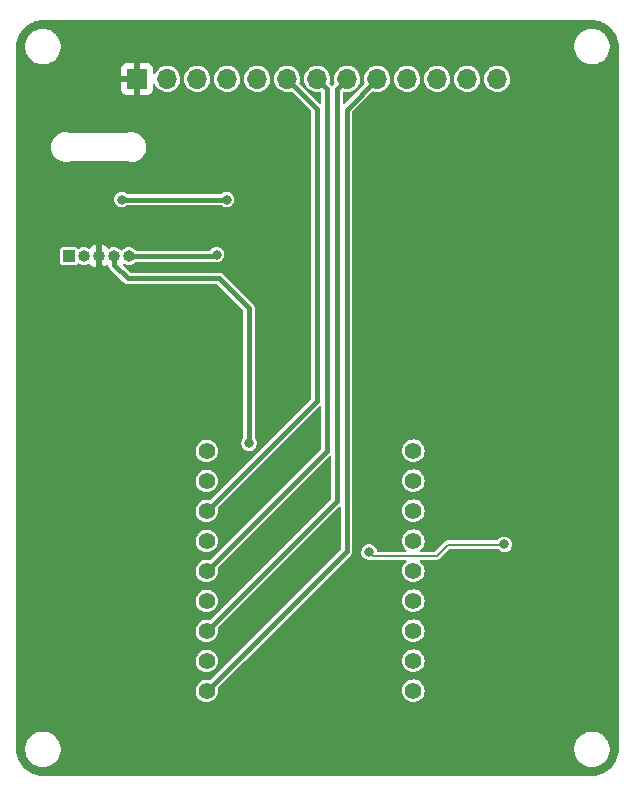
<source format=gbr>
%TF.GenerationSoftware,KiCad,Pcbnew,(6.0.5)*%
%TF.CreationDate,2022-08-15T12:20:03+02:00*%
%TF.ProjectId,Keypad,4b657970-6164-42e6-9b69-6361645f7063,rev?*%
%TF.SameCoordinates,Original*%
%TF.FileFunction,Copper,L2,Bot*%
%TF.FilePolarity,Positive*%
%FSLAX46Y46*%
G04 Gerber Fmt 4.6, Leading zero omitted, Abs format (unit mm)*
G04 Created by KiCad (PCBNEW (6.0.5)) date 2022-08-15 12:20:03*
%MOMM*%
%LPD*%
G01*
G04 APERTURE LIST*
%TA.AperFunction,ComponentPad*%
%ADD10R,1.000000X1.000000*%
%TD*%
%TA.AperFunction,ComponentPad*%
%ADD11O,1.000000X1.000000*%
%TD*%
%TA.AperFunction,ComponentPad*%
%ADD12C,1.400000*%
%TD*%
%TA.AperFunction,ComponentPad*%
%ADD13R,1.700000X1.700000*%
%TD*%
%TA.AperFunction,ComponentPad*%
%ADD14O,1.700000X1.700000*%
%TD*%
%TA.AperFunction,ViaPad*%
%ADD15C,0.800000*%
%TD*%
%TA.AperFunction,Conductor*%
%ADD16C,0.450000*%
%TD*%
%TA.AperFunction,Conductor*%
%ADD17C,0.200000*%
%TD*%
G04 APERTURE END LIST*
D10*
%TO.P,J2,1,Pin_1*%
%TO.N,5V*%
X144450000Y-101000000D03*
D11*
%TO.P,J2,2,Pin_2*%
%TO.N,/Serial Data Out*%
X145720000Y-101000000D03*
%TO.P,J2,3,Pin_3*%
%TO.N,GND*%
X146990000Y-101000000D03*
%TO.P,J2,4,Pin_4*%
%TO.N,/Clock*%
X148260000Y-101000000D03*
%TO.P,J2,5,Pin_5*%
%TO.N,/Data Latch*%
X149530000Y-101000000D03*
%TD*%
D12*
%TO.P,RN2,1,PC*%
%TO.N,5V*%
X173620000Y-117475000D03*
%TO.P,RN2,2,R1*%
%TO.N,/Three*%
X173620000Y-120015000D03*
%TO.P,RN2,3,R2*%
%TO.N,/Six*%
X173620000Y-122555000D03*
%TO.P,RN2,4,R3*%
%TO.N,/Nine*%
X173620000Y-125095000D03*
%TO.P,RN2,5,R4*%
%TO.N,/Hash*%
X173620000Y-127635000D03*
%TO.P,RN2,6,R5*%
%TO.N,unconnected-(RN2-Pad6)*%
X173620000Y-130175000D03*
%TO.P,RN2,7,R6*%
%TO.N,unconnected-(RN2-Pad7)*%
X173620000Y-132715000D03*
%TO.P,RN2,8,R7*%
%TO.N,unconnected-(RN2-Pad8)*%
X173620000Y-135255000D03*
%TO.P,RN2,9,R8*%
%TO.N,unconnected-(RN2-Pad9)*%
X173620000Y-137795000D03*
%TD*%
D13*
%TO.P,J1,1,Pin_1*%
%TO.N,GND*%
X150220000Y-86000000D03*
D14*
%TO.P,J1,2,Pin_2*%
%TO.N,/Star*%
X152760000Y-86000000D03*
%TO.P,J1,3,Pin_3*%
%TO.N,/Seven*%
X155300000Y-86000000D03*
%TO.P,J1,4,Pin_4*%
%TO.N,/Four*%
X157840000Y-86000000D03*
%TO.P,J1,5,Pin_5*%
%TO.N,/One*%
X160380000Y-86000000D03*
%TO.P,J1,6,Pin_6*%
%TO.N,/Zero*%
X162920000Y-86000000D03*
%TO.P,J1,7,Pin_7*%
%TO.N,/Eight*%
X165460000Y-86000000D03*
%TO.P,J1,8,Pin_8*%
%TO.N,/Five*%
X168000000Y-86000000D03*
%TO.P,J1,9,Pin_9*%
%TO.N,/Two*%
X170540000Y-86000000D03*
%TO.P,J1,10,Pin_10*%
%TO.N,/Hash*%
X173080000Y-86000000D03*
%TO.P,J1,11,Pin_11*%
%TO.N,/Nine*%
X175620000Y-86000000D03*
%TO.P,J1,12,Pin_12*%
%TO.N,/Six*%
X178160000Y-86000000D03*
%TO.P,J1,13,Pin_13*%
%TO.N,/Three*%
X180700000Y-86000000D03*
%TD*%
D12*
%TO.P,RN1,1,PC*%
%TO.N,5V*%
X156142014Y-117485489D03*
%TO.P,RN1,2,R1*%
%TO.N,/One*%
X156142014Y-120025489D03*
%TO.P,RN1,3,R2*%
%TO.N,/Zero*%
X156142014Y-122565489D03*
%TO.P,RN1,4,R3*%
%TO.N,/Four*%
X156142014Y-125105489D03*
%TO.P,RN1,5,R4*%
%TO.N,/Eight*%
X156142014Y-127645489D03*
%TO.P,RN1,6,R5*%
%TO.N,/Seven*%
X156142014Y-130185489D03*
%TO.P,RN1,7,R6*%
%TO.N,/Five*%
X156142014Y-132725489D03*
%TO.P,RN1,8,R7*%
%TO.N,/Star*%
X156142014Y-135265489D03*
%TO.P,RN1,9,R8*%
%TO.N,/Two*%
X156142014Y-137805489D03*
%TD*%
D15*
%TO.N,5V*%
X157797500Y-96202500D03*
X148907500Y-96202500D03*
%TO.N,GND*%
X162560000Y-133667500D03*
X187007500Y-132080000D03*
X169000000Y-127000000D03*
X157045000Y-104000000D03*
X144145000Y-109537500D03*
%TO.N,/Data Latch*%
X156960684Y-100858520D03*
%TO.N,/Clock*%
X159702500Y-116840000D03*
%TO.N,/~{Data Latch}*%
X169862500Y-126047500D03*
X181310872Y-125394128D03*
%TD*%
D16*
%TO.N,/Two*%
X170540000Y-86000000D02*
X167957500Y-88582500D01*
X167957500Y-88582500D02*
X167957500Y-125990003D01*
X167957500Y-125990003D02*
X156142014Y-137805489D01*
%TO.N,/Eight*%
X166310000Y-117477503D02*
X156142014Y-127645489D01*
X165460000Y-86000000D02*
X166310000Y-86850000D01*
X166310000Y-86850000D02*
X166310000Y-117477503D01*
%TO.N,/Five*%
X167150000Y-121717503D02*
X156142014Y-132725489D01*
X168000000Y-86000000D02*
X167150000Y-86850000D01*
X167150000Y-86850000D02*
X167150000Y-121717503D01*
%TO.N,/Zero*%
X165417500Y-88497500D02*
X165417500Y-113290003D01*
X165417500Y-113290003D02*
X156142014Y-122565489D01*
X162920000Y-86000000D02*
X165417500Y-88497500D01*
%TO.N,5V*%
X148907500Y-96202500D02*
X157797500Y-96202500D01*
%TO.N,GND*%
X163512500Y-133667500D02*
X162560000Y-133667500D01*
X187007500Y-132080000D02*
X187007500Y-135572500D01*
X171132500Y-141287500D02*
X164422500Y-134577500D01*
X169000000Y-127000000D02*
X169000000Y-130000000D01*
X146990000Y-101000000D02*
X146990000Y-101707106D01*
X153000000Y-141000000D02*
X147000000Y-135000000D01*
X181292500Y-141287500D02*
X171132500Y-141287500D01*
X164422500Y-134577500D02*
X158000000Y-141000000D01*
X149282894Y-104000000D02*
X157045000Y-104000000D01*
X144145000Y-109537500D02*
X146660000Y-109537500D01*
X169000000Y-130000000D02*
X164422500Y-134577500D01*
X147000000Y-129000000D02*
X146990000Y-128990000D01*
X187007500Y-135572500D02*
X181292500Y-141287500D01*
X146990000Y-128990000D02*
X146990000Y-109207500D01*
X158000000Y-141000000D02*
X153000000Y-141000000D01*
X146990000Y-109207500D02*
X146990000Y-101000000D01*
X164422500Y-134577500D02*
X163512500Y-133667500D01*
X147000000Y-135000000D02*
X147000000Y-129000000D01*
X146660000Y-109537500D02*
X146990000Y-109207500D01*
X146990000Y-101707106D02*
X149282894Y-104000000D01*
%TO.N,/Data Latch*%
X156819204Y-101000000D02*
X156960684Y-100858520D01*
X149530000Y-101000000D02*
X156819204Y-101000000D01*
%TO.N,/Clock*%
X157162500Y-102870000D02*
X159702500Y-105410000D01*
X148260000Y-101707106D02*
X149422894Y-102870000D01*
X159702500Y-105410000D02*
X159702500Y-116840000D01*
X148260000Y-101000000D02*
X148260000Y-101707106D01*
X149422894Y-102870000D02*
X157162500Y-102870000D01*
D17*
%TO.N,/~{Data Latch}*%
X176530000Y-125412500D02*
X181292500Y-125412500D01*
X169862500Y-126047500D02*
X170180000Y-126365000D01*
X170180000Y-126365000D02*
X175577500Y-126365000D01*
X181292500Y-125412500D02*
X181310872Y-125394128D01*
X175577500Y-126365000D02*
X176530000Y-125412500D01*
%TD*%
%TA.AperFunction,Conductor*%
%TO.N,GND*%
G36*
X188961814Y-81000971D02*
G01*
X188970054Y-81003646D01*
X188979771Y-81002878D01*
X188985933Y-81003606D01*
X189001851Y-81004398D01*
X189241611Y-81047590D01*
X189253284Y-81050434D01*
X189510602Y-81129937D01*
X189521845Y-81134174D01*
X189767638Y-81244263D01*
X189778284Y-81249830D01*
X190008932Y-81388882D01*
X190018826Y-81395698D01*
X190230929Y-81561664D01*
X190239925Y-81569628D01*
X190430372Y-81760075D01*
X190438336Y-81769071D01*
X190481077Y-81823693D01*
X190560569Y-81925283D01*
X190604302Y-81981174D01*
X190611117Y-81991066D01*
X190749389Y-82220420D01*
X190750170Y-82221716D01*
X190755737Y-82232362D01*
X190865826Y-82478155D01*
X190870063Y-82489398D01*
X190949566Y-82746716D01*
X190952410Y-82758389D01*
X190995602Y-82998149D01*
X190996394Y-83014067D01*
X190997122Y-83020229D01*
X190996354Y-83029946D01*
X190999029Y-83038186D01*
X190999500Y-83046197D01*
X190999500Y-142953803D01*
X190999029Y-142961814D01*
X190996354Y-142970054D01*
X190997122Y-142979771D01*
X190996394Y-142985933D01*
X190995602Y-143001851D01*
X190952410Y-143241611D01*
X190949566Y-143253284D01*
X190870063Y-143510602D01*
X190865826Y-143521845D01*
X190755737Y-143767638D01*
X190750171Y-143778281D01*
X190611118Y-144008932D01*
X190604303Y-144018824D01*
X190558838Y-144076928D01*
X190438336Y-144230929D01*
X190430372Y-144239925D01*
X190239925Y-144430372D01*
X190230929Y-144438336D01*
X190018826Y-144604302D01*
X190008932Y-144611118D01*
X189778284Y-144750170D01*
X189767638Y-144755737D01*
X189521845Y-144865826D01*
X189510602Y-144870063D01*
X189253284Y-144949566D01*
X189241611Y-144952410D01*
X189001851Y-144995602D01*
X188985933Y-144996394D01*
X188979771Y-144997122D01*
X188970054Y-144996354D01*
X188961814Y-144999029D01*
X188953803Y-144999500D01*
X142046197Y-144999500D01*
X142038186Y-144999029D01*
X142029946Y-144996354D01*
X142020229Y-144997122D01*
X142014067Y-144996394D01*
X141998149Y-144995602D01*
X141758389Y-144952410D01*
X141746716Y-144949566D01*
X141489398Y-144870063D01*
X141478155Y-144865826D01*
X141232362Y-144755737D01*
X141221716Y-144750170D01*
X140991068Y-144611118D01*
X140981174Y-144604302D01*
X140769071Y-144438336D01*
X140760075Y-144430372D01*
X140569628Y-144239925D01*
X140561664Y-144230929D01*
X140441162Y-144076928D01*
X140395697Y-144018824D01*
X140388882Y-144008932D01*
X140249829Y-143778281D01*
X140244263Y-143767638D01*
X140134174Y-143521845D01*
X140129937Y-143510602D01*
X140050434Y-143253284D01*
X140047590Y-143241611D01*
X140004398Y-143001851D01*
X140003606Y-142985933D01*
X140002878Y-142979771D01*
X140003646Y-142970054D01*
X140000971Y-142961814D01*
X140000500Y-142953803D01*
X140000500Y-142855028D01*
X140748025Y-142855028D01*
X140785347Y-143098930D01*
X140786611Y-143102796D01*
X140835798Y-143253284D01*
X140862003Y-143333460D01*
X140975935Y-143552321D01*
X140978370Y-143555564D01*
X140978373Y-143555569D01*
X141042446Y-143640906D01*
X141124083Y-143749636D01*
X141127018Y-143752441D01*
X141127020Y-143752443D01*
X141195767Y-143818139D01*
X141302468Y-143920104D01*
X141305828Y-143922396D01*
X141440242Y-144014087D01*
X141506300Y-144059149D01*
X141509980Y-144060857D01*
X141509985Y-144060860D01*
X141610771Y-144107643D01*
X141730104Y-144163035D01*
X141734020Y-144164121D01*
X141963947Y-144227886D01*
X141963950Y-144227887D01*
X141967871Y-144228974D01*
X141971919Y-144229407D01*
X141971921Y-144229407D01*
X142045053Y-144237222D01*
X142169292Y-144250500D01*
X142312554Y-144250500D01*
X142314583Y-144250333D01*
X142314587Y-144250333D01*
X142491864Y-144235758D01*
X142491867Y-144235757D01*
X142495911Y-144235425D01*
X142499845Y-144234437D01*
X142499850Y-144234436D01*
X142665669Y-144192785D01*
X142735217Y-144175316D01*
X142961493Y-144076928D01*
X143168661Y-143942905D01*
X143351158Y-143776846D01*
X143354093Y-143773130D01*
X143501565Y-143586398D01*
X143501569Y-143586392D01*
X143504082Y-143583210D01*
X143623327Y-143367198D01*
X143633184Y-143339363D01*
X143704333Y-143138446D01*
X143704334Y-143138442D01*
X143705691Y-143134610D01*
X143748961Y-142891694D01*
X143749409Y-142855028D01*
X187248025Y-142855028D01*
X187285347Y-143098930D01*
X187286611Y-143102796D01*
X187335798Y-143253284D01*
X187362003Y-143333460D01*
X187475935Y-143552321D01*
X187478370Y-143555564D01*
X187478373Y-143555569D01*
X187542446Y-143640906D01*
X187624083Y-143749636D01*
X187627018Y-143752441D01*
X187627020Y-143752443D01*
X187695767Y-143818139D01*
X187802468Y-143920104D01*
X187805828Y-143922396D01*
X187940242Y-144014087D01*
X188006300Y-144059149D01*
X188009980Y-144060857D01*
X188009985Y-144060860D01*
X188110771Y-144107643D01*
X188230104Y-144163035D01*
X188234020Y-144164121D01*
X188463947Y-144227886D01*
X188463950Y-144227887D01*
X188467871Y-144228974D01*
X188471919Y-144229407D01*
X188471921Y-144229407D01*
X188545053Y-144237222D01*
X188669292Y-144250500D01*
X188812554Y-144250500D01*
X188814583Y-144250333D01*
X188814587Y-144250333D01*
X188991864Y-144235758D01*
X188991867Y-144235757D01*
X188995911Y-144235425D01*
X188999845Y-144234437D01*
X188999850Y-144234436D01*
X189165669Y-144192785D01*
X189235217Y-144175316D01*
X189461493Y-144076928D01*
X189668661Y-143942905D01*
X189851158Y-143776846D01*
X189854093Y-143773130D01*
X190001565Y-143586398D01*
X190001569Y-143586392D01*
X190004082Y-143583210D01*
X190123327Y-143367198D01*
X190133184Y-143339363D01*
X190204333Y-143138446D01*
X190204334Y-143138442D01*
X190205691Y-143134610D01*
X190248961Y-142891694D01*
X190251975Y-142644972D01*
X190214653Y-142401070D01*
X190137997Y-142166540D01*
X190024065Y-141947679D01*
X190021630Y-141944436D01*
X190021627Y-141944431D01*
X189878354Y-141753610D01*
X189875917Y-141750364D01*
X189850781Y-141726343D01*
X189804233Y-141681861D01*
X189697532Y-141579896D01*
X189493700Y-141440851D01*
X189490020Y-141439143D01*
X189490015Y-141439140D01*
X189389229Y-141392357D01*
X189269896Y-141336965D01*
X189231461Y-141326306D01*
X189036053Y-141272114D01*
X189036050Y-141272113D01*
X189032129Y-141271026D01*
X189028081Y-141270593D01*
X189028079Y-141270593D01*
X188954947Y-141262778D01*
X188830708Y-141249500D01*
X188687446Y-141249500D01*
X188685417Y-141249667D01*
X188685413Y-141249667D01*
X188508136Y-141264242D01*
X188508133Y-141264243D01*
X188504089Y-141264575D01*
X188500155Y-141265563D01*
X188500150Y-141265564D01*
X188334331Y-141307215D01*
X188264783Y-141324684D01*
X188038507Y-141423072D01*
X187831339Y-141557095D01*
X187648842Y-141723154D01*
X187646326Y-141726340D01*
X187646323Y-141726343D01*
X187498435Y-141913602D01*
X187498431Y-141913608D01*
X187495918Y-141916790D01*
X187376673Y-142132802D01*
X187375316Y-142136633D01*
X187375315Y-142136636D01*
X187364726Y-142166540D01*
X187294309Y-142365390D01*
X187251039Y-142608306D01*
X187248025Y-142855028D01*
X143749409Y-142855028D01*
X143751975Y-142644972D01*
X143714653Y-142401070D01*
X143637997Y-142166540D01*
X143524065Y-141947679D01*
X143521630Y-141944436D01*
X143521627Y-141944431D01*
X143378354Y-141753610D01*
X143375917Y-141750364D01*
X143350781Y-141726343D01*
X143304233Y-141681861D01*
X143197532Y-141579896D01*
X142993700Y-141440851D01*
X142990020Y-141439143D01*
X142990015Y-141439140D01*
X142889229Y-141392357D01*
X142769896Y-141336965D01*
X142731461Y-141326306D01*
X142536053Y-141272114D01*
X142536050Y-141272113D01*
X142532129Y-141271026D01*
X142528081Y-141270593D01*
X142528079Y-141270593D01*
X142454947Y-141262778D01*
X142330708Y-141249500D01*
X142187446Y-141249500D01*
X142185417Y-141249667D01*
X142185413Y-141249667D01*
X142008136Y-141264242D01*
X142008133Y-141264243D01*
X142004089Y-141264575D01*
X142000155Y-141265563D01*
X142000150Y-141265564D01*
X141834331Y-141307215D01*
X141764783Y-141324684D01*
X141538507Y-141423072D01*
X141331339Y-141557095D01*
X141148842Y-141723154D01*
X141146326Y-141726340D01*
X141146323Y-141726343D01*
X140998435Y-141913602D01*
X140998431Y-141913608D01*
X140995918Y-141916790D01*
X140876673Y-142132802D01*
X140875316Y-142136633D01*
X140875315Y-142136636D01*
X140864726Y-142166540D01*
X140794309Y-142365390D01*
X140751039Y-142608306D01*
X140748025Y-142855028D01*
X140000500Y-142855028D01*
X140000500Y-137792154D01*
X155187008Y-137792154D01*
X155190134Y-137829383D01*
X155202116Y-137972063D01*
X155202606Y-137977903D01*
X155203939Y-137982551D01*
X155203939Y-137982552D01*
X155249642Y-138141937D01*
X155253985Y-138157084D01*
X155339190Y-138322874D01*
X155454973Y-138468957D01*
X155458660Y-138472095D01*
X155458662Y-138472097D01*
X155593238Y-138586630D01*
X155593243Y-138586633D01*
X155596926Y-138589768D01*
X155601148Y-138592128D01*
X155601153Y-138592131D01*
X155631205Y-138608926D01*
X155759641Y-138680706D01*
X155764239Y-138682200D01*
X155932316Y-138736812D01*
X155932318Y-138736813D01*
X155936921Y-138738308D01*
X156122012Y-138760379D01*
X156126834Y-138760008D01*
X156126837Y-138760008D01*
X156303037Y-138746450D01*
X156303042Y-138746449D01*
X156307865Y-138746078D01*
X156487401Y-138695951D01*
X156491714Y-138693772D01*
X156491720Y-138693770D01*
X156649461Y-138614089D01*
X156649463Y-138614087D01*
X156653782Y-138611906D01*
X156800669Y-138497145D01*
X156922468Y-138356039D01*
X157014540Y-138193963D01*
X157016631Y-138187680D01*
X157071851Y-138021681D01*
X157071851Y-138021679D01*
X157073378Y-138017090D01*
X157080263Y-137962595D01*
X157096393Y-137834909D01*
X157096741Y-137832157D01*
X157097113Y-137805489D01*
X157094777Y-137781665D01*
X172664994Y-137781665D01*
X172680592Y-137967414D01*
X172681925Y-137972062D01*
X172681925Y-137972063D01*
X172691829Y-138006601D01*
X172731971Y-138146595D01*
X172817176Y-138312385D01*
X172820183Y-138316179D01*
X172825489Y-138322874D01*
X172932959Y-138458468D01*
X172936646Y-138461606D01*
X172936648Y-138461608D01*
X173071224Y-138576141D01*
X173071229Y-138576144D01*
X173074912Y-138579279D01*
X173079134Y-138581639D01*
X173079139Y-138581642D01*
X173109191Y-138598437D01*
X173237627Y-138670217D01*
X173242225Y-138671711D01*
X173410302Y-138726323D01*
X173410304Y-138726324D01*
X173414907Y-138727819D01*
X173599998Y-138749890D01*
X173604820Y-138749519D01*
X173604823Y-138749519D01*
X173781023Y-138735961D01*
X173781028Y-138735960D01*
X173785851Y-138735589D01*
X173965387Y-138685462D01*
X173969700Y-138683283D01*
X173969706Y-138683281D01*
X174127447Y-138603600D01*
X174127449Y-138603598D01*
X174131768Y-138601417D01*
X174278655Y-138486656D01*
X174400454Y-138345550D01*
X174484178Y-138198169D01*
X174490137Y-138187680D01*
X174490138Y-138187677D01*
X174492526Y-138183474D01*
X174502855Y-138152426D01*
X174549837Y-138011192D01*
X174549837Y-138011190D01*
X174551364Y-138006601D01*
X174554990Y-137977903D01*
X174574379Y-137824420D01*
X174574727Y-137821668D01*
X174575099Y-137795000D01*
X174556909Y-137609487D01*
X174503033Y-137431040D01*
X174415522Y-137266456D01*
X174297710Y-137122005D01*
X174293981Y-137118920D01*
X174157812Y-137006270D01*
X174157810Y-137006269D01*
X174154085Y-137003187D01*
X173990116Y-136914529D01*
X173812049Y-136859409D01*
X173807239Y-136858903D01*
X173807237Y-136858903D01*
X173631484Y-136840430D01*
X173631482Y-136840430D01*
X173626668Y-136839924D01*
X173574056Y-136844712D01*
X173445852Y-136856379D01*
X173445848Y-136856380D01*
X173441032Y-136856818D01*
X173436390Y-136858184D01*
X173436386Y-136858185D01*
X173266861Y-136908080D01*
X173266858Y-136908081D01*
X173262214Y-136909448D01*
X173097023Y-136995807D01*
X173093247Y-136998843D01*
X173093244Y-136998845D01*
X172955523Y-137109576D01*
X172951752Y-137112608D01*
X172948644Y-137116312D01*
X172835044Y-137251695D01*
X172835041Y-137251699D01*
X172831935Y-137255401D01*
X172742135Y-137418746D01*
X172740672Y-137423359D01*
X172740670Y-137423363D01*
X172691013Y-137579902D01*
X172685772Y-137596424D01*
X172685232Y-137601236D01*
X172685232Y-137601237D01*
X172684056Y-137611726D01*
X172664994Y-137781665D01*
X157094777Y-137781665D01*
X157078923Y-137619976D01*
X157077525Y-137615344D01*
X157076583Y-137610587D01*
X157077866Y-137610333D01*
X157079020Y-137554905D01*
X157102513Y-137517448D01*
X159378296Y-135241665D01*
X172664994Y-135241665D01*
X172680592Y-135427414D01*
X172681925Y-135432062D01*
X172681925Y-135432063D01*
X172691829Y-135466601D01*
X172731971Y-135606595D01*
X172817176Y-135772385D01*
X172820183Y-135776179D01*
X172825489Y-135782874D01*
X172932959Y-135918468D01*
X172936646Y-135921606D01*
X172936648Y-135921608D01*
X173071224Y-136036141D01*
X173071229Y-136036144D01*
X173074912Y-136039279D01*
X173079134Y-136041639D01*
X173079139Y-136041642D01*
X173109191Y-136058437D01*
X173237627Y-136130217D01*
X173242225Y-136131711D01*
X173410302Y-136186323D01*
X173410304Y-136186324D01*
X173414907Y-136187819D01*
X173599998Y-136209890D01*
X173604820Y-136209519D01*
X173604823Y-136209519D01*
X173781023Y-136195961D01*
X173781028Y-136195960D01*
X173785851Y-136195589D01*
X173965387Y-136145462D01*
X173969700Y-136143283D01*
X173969706Y-136143281D01*
X174127447Y-136063600D01*
X174127449Y-136063598D01*
X174131768Y-136061417D01*
X174278655Y-135946656D01*
X174400454Y-135805550D01*
X174484178Y-135658169D01*
X174490137Y-135647680D01*
X174490138Y-135647677D01*
X174492526Y-135643474D01*
X174502855Y-135612426D01*
X174549837Y-135471192D01*
X174549837Y-135471190D01*
X174551364Y-135466601D01*
X174554990Y-135437903D01*
X174574379Y-135284420D01*
X174574727Y-135281668D01*
X174575099Y-135255000D01*
X174556909Y-135069487D01*
X174503033Y-134891040D01*
X174415522Y-134726456D01*
X174297710Y-134582005D01*
X174293981Y-134578920D01*
X174157812Y-134466270D01*
X174157810Y-134466269D01*
X174154085Y-134463187D01*
X173990116Y-134374529D01*
X173812049Y-134319409D01*
X173807239Y-134318903D01*
X173807237Y-134318903D01*
X173631484Y-134300430D01*
X173631482Y-134300430D01*
X173626668Y-134299924D01*
X173564673Y-134305566D01*
X173445852Y-134316379D01*
X173445848Y-134316380D01*
X173441032Y-134316818D01*
X173436390Y-134318184D01*
X173436386Y-134318185D01*
X173266861Y-134368080D01*
X173266858Y-134368081D01*
X173262214Y-134369448D01*
X173097023Y-134455807D01*
X173093247Y-134458843D01*
X173093244Y-134458845D01*
X173077660Y-134471375D01*
X172951752Y-134572608D01*
X172948644Y-134576312D01*
X172835044Y-134711695D01*
X172835041Y-134711699D01*
X172831935Y-134715401D01*
X172742135Y-134878746D01*
X172740672Y-134883359D01*
X172740670Y-134883363D01*
X172733438Y-134906161D01*
X172685772Y-135056424D01*
X172685232Y-135061236D01*
X172685232Y-135061237D01*
X172683650Y-135075346D01*
X172664994Y-135241665D01*
X159378296Y-135241665D01*
X161918297Y-132701665D01*
X172664994Y-132701665D01*
X172680592Y-132887414D01*
X172681925Y-132892062D01*
X172681925Y-132892063D01*
X172691829Y-132926601D01*
X172731971Y-133066595D01*
X172817176Y-133232385D01*
X172820183Y-133236179D01*
X172825489Y-133242874D01*
X172932959Y-133378468D01*
X172936646Y-133381606D01*
X172936648Y-133381608D01*
X173071224Y-133496141D01*
X173071229Y-133496144D01*
X173074912Y-133499279D01*
X173079134Y-133501639D01*
X173079139Y-133501642D01*
X173109191Y-133518437D01*
X173237627Y-133590217D01*
X173242225Y-133591711D01*
X173410302Y-133646323D01*
X173410304Y-133646324D01*
X173414907Y-133647819D01*
X173599998Y-133669890D01*
X173604820Y-133669519D01*
X173604823Y-133669519D01*
X173781023Y-133655961D01*
X173781028Y-133655960D01*
X173785851Y-133655589D01*
X173965387Y-133605462D01*
X173969700Y-133603283D01*
X173969706Y-133603281D01*
X174127447Y-133523600D01*
X174127449Y-133523598D01*
X174131768Y-133521417D01*
X174278655Y-133406656D01*
X174400454Y-133265550D01*
X174484178Y-133118169D01*
X174490137Y-133107680D01*
X174490138Y-133107677D01*
X174492526Y-133103474D01*
X174502855Y-133072426D01*
X174549837Y-132931192D01*
X174549837Y-132931190D01*
X174551364Y-132926601D01*
X174554990Y-132897903D01*
X174574379Y-132744420D01*
X174574727Y-132741668D01*
X174575099Y-132715000D01*
X174556909Y-132529487D01*
X174503033Y-132351040D01*
X174415522Y-132186456D01*
X174297710Y-132042005D01*
X174293981Y-132038920D01*
X174157812Y-131926270D01*
X174157810Y-131926269D01*
X174154085Y-131923187D01*
X173990116Y-131834529D01*
X173812049Y-131779409D01*
X173807239Y-131778903D01*
X173807237Y-131778903D01*
X173631484Y-131760430D01*
X173631482Y-131760430D01*
X173626668Y-131759924D01*
X173574056Y-131764712D01*
X173445852Y-131776379D01*
X173445848Y-131776380D01*
X173441032Y-131776818D01*
X173436390Y-131778184D01*
X173436386Y-131778185D01*
X173266861Y-131828080D01*
X173266858Y-131828081D01*
X173262214Y-131829448D01*
X173097023Y-131915807D01*
X173093247Y-131918843D01*
X173093244Y-131918845D01*
X172955523Y-132029576D01*
X172951752Y-132032608D01*
X172948644Y-132036312D01*
X172835044Y-132171695D01*
X172835041Y-132171699D01*
X172831935Y-132175401D01*
X172742135Y-132338746D01*
X172740672Y-132343359D01*
X172740670Y-132343363D01*
X172691013Y-132499902D01*
X172685772Y-132516424D01*
X172685232Y-132521236D01*
X172685232Y-132521237D01*
X172684056Y-132531726D01*
X172664994Y-132701665D01*
X161918297Y-132701665D01*
X164458297Y-130161665D01*
X172664994Y-130161665D01*
X172680592Y-130347414D01*
X172681925Y-130352062D01*
X172681925Y-130352063D01*
X172691829Y-130386601D01*
X172731971Y-130526595D01*
X172817176Y-130692385D01*
X172820183Y-130696179D01*
X172825489Y-130702874D01*
X172932959Y-130838468D01*
X172936646Y-130841606D01*
X172936648Y-130841608D01*
X173071224Y-130956141D01*
X173071229Y-130956144D01*
X173074912Y-130959279D01*
X173079134Y-130961639D01*
X173079139Y-130961642D01*
X173109191Y-130978437D01*
X173237627Y-131050217D01*
X173242225Y-131051711D01*
X173410302Y-131106323D01*
X173410304Y-131106324D01*
X173414907Y-131107819D01*
X173599998Y-131129890D01*
X173604820Y-131129519D01*
X173604823Y-131129519D01*
X173781023Y-131115961D01*
X173781028Y-131115960D01*
X173785851Y-131115589D01*
X173965387Y-131065462D01*
X173969700Y-131063283D01*
X173969706Y-131063281D01*
X174127447Y-130983600D01*
X174127449Y-130983598D01*
X174131768Y-130981417D01*
X174278655Y-130866656D01*
X174400454Y-130725550D01*
X174484178Y-130578169D01*
X174490137Y-130567680D01*
X174490138Y-130567677D01*
X174492526Y-130563474D01*
X174502855Y-130532426D01*
X174549837Y-130391192D01*
X174549837Y-130391190D01*
X174551364Y-130386601D01*
X174554990Y-130357903D01*
X174574379Y-130204420D01*
X174574727Y-130201668D01*
X174575099Y-130175000D01*
X174556909Y-129989487D01*
X174503033Y-129811040D01*
X174415522Y-129646456D01*
X174297710Y-129502005D01*
X174293981Y-129498920D01*
X174157812Y-129386270D01*
X174157810Y-129386269D01*
X174154085Y-129383187D01*
X173990116Y-129294529D01*
X173812049Y-129239409D01*
X173807239Y-129238903D01*
X173807237Y-129238903D01*
X173631484Y-129220430D01*
X173631482Y-129220430D01*
X173626668Y-129219924D01*
X173564673Y-129225566D01*
X173445852Y-129236379D01*
X173445848Y-129236380D01*
X173441032Y-129236818D01*
X173436390Y-129238184D01*
X173436386Y-129238185D01*
X173266861Y-129288080D01*
X173266858Y-129288081D01*
X173262214Y-129289448D01*
X173097023Y-129375807D01*
X173093247Y-129378843D01*
X173093244Y-129378845D01*
X173077660Y-129391375D01*
X172951752Y-129492608D01*
X172948644Y-129496312D01*
X172835044Y-129631695D01*
X172835041Y-129631699D01*
X172831935Y-129635401D01*
X172742135Y-129798746D01*
X172740672Y-129803359D01*
X172740670Y-129803363D01*
X172733438Y-129826161D01*
X172685772Y-129976424D01*
X172685232Y-129981236D01*
X172685232Y-129981237D01*
X172683650Y-129995346D01*
X172664994Y-130161665D01*
X164458297Y-130161665D01*
X168248225Y-126371737D01*
X168257587Y-126364257D01*
X168257515Y-126364172D01*
X168262885Y-126359601D01*
X168268850Y-126355838D01*
X168302544Y-126317687D01*
X168306743Y-126313219D01*
X168317874Y-126302088D01*
X168319984Y-126299273D01*
X168319988Y-126299268D01*
X168324197Y-126293652D01*
X168329211Y-126287494D01*
X168354343Y-126259037D01*
X168354346Y-126259032D01*
X168359013Y-126253748D01*
X168362938Y-126245388D01*
X168373329Y-126228094D01*
X168378872Y-126220698D01*
X168394682Y-126178525D01*
X168397760Y-126171219D01*
X168416899Y-126130455D01*
X168418320Y-126121330D01*
X168423440Y-126101813D01*
X168426684Y-126093160D01*
X168430021Y-126048247D01*
X168430894Y-126040638D01*
X169207258Y-126040638D01*
X169207913Y-126046571D01*
X169207913Y-126046575D01*
X169222070Y-126174806D01*
X169224535Y-126197133D01*
X169226587Y-126202740D01*
X169268652Y-126317688D01*
X169278643Y-126344990D01*
X169281972Y-126349944D01*
X169363129Y-126470719D01*
X169363132Y-126470723D01*
X169366458Y-126475672D01*
X169370869Y-126479686D01*
X169370871Y-126479688D01*
X169478495Y-126577618D01*
X169482910Y-126581635D01*
X169528114Y-126606179D01*
X169616030Y-126653914D01*
X169616032Y-126653915D01*
X169621276Y-126656762D01*
X169696113Y-126676395D01*
X169767800Y-126695202D01*
X169767804Y-126695202D01*
X169773569Y-126696715D01*
X169779530Y-126696809D01*
X169779533Y-126696809D01*
X169852282Y-126697952D01*
X169930995Y-126699188D01*
X169986577Y-126686458D01*
X170037042Y-126688111D01*
X170069414Y-126697792D01*
X170073851Y-126699233D01*
X170113033Y-126712993D01*
X170113036Y-126712994D01*
X170118906Y-126715055D01*
X170124044Y-126715500D01*
X170126182Y-126715500D01*
X170127901Y-126715574D01*
X170129262Y-126715689D01*
X170135464Y-126717544D01*
X170143635Y-126717223D01*
X170185554Y-126715576D01*
X170189441Y-126715500D01*
X172965529Y-126715500D01*
X173023720Y-126734407D01*
X173059684Y-126783907D01*
X173059684Y-126845093D01*
X173027563Y-126891654D01*
X172951752Y-126952608D01*
X172948644Y-126956312D01*
X172835044Y-127091695D01*
X172835041Y-127091699D01*
X172831935Y-127095401D01*
X172742135Y-127258746D01*
X172740672Y-127263359D01*
X172740670Y-127263363D01*
X172691013Y-127419902D01*
X172685772Y-127436424D01*
X172685232Y-127441236D01*
X172685232Y-127441237D01*
X172684056Y-127451726D01*
X172664994Y-127621665D01*
X172680592Y-127807414D01*
X172681925Y-127812062D01*
X172681925Y-127812063D01*
X172691829Y-127846601D01*
X172731971Y-127986595D01*
X172817176Y-128152385D01*
X172820183Y-128156179D01*
X172825489Y-128162874D01*
X172932959Y-128298468D01*
X172936646Y-128301606D01*
X172936648Y-128301608D01*
X173071224Y-128416141D01*
X173071229Y-128416144D01*
X173074912Y-128419279D01*
X173079134Y-128421639D01*
X173079139Y-128421642D01*
X173109191Y-128438437D01*
X173237627Y-128510217D01*
X173242225Y-128511711D01*
X173410302Y-128566323D01*
X173410304Y-128566324D01*
X173414907Y-128567819D01*
X173599998Y-128589890D01*
X173604820Y-128589519D01*
X173604823Y-128589519D01*
X173781023Y-128575961D01*
X173781028Y-128575960D01*
X173785851Y-128575589D01*
X173965387Y-128525462D01*
X173969700Y-128523283D01*
X173969706Y-128523281D01*
X174127447Y-128443600D01*
X174127449Y-128443598D01*
X174131768Y-128441417D01*
X174278655Y-128326656D01*
X174400454Y-128185550D01*
X174484178Y-128038169D01*
X174490137Y-128027680D01*
X174490138Y-128027677D01*
X174492526Y-128023474D01*
X174502855Y-127992426D01*
X174549837Y-127851192D01*
X174549837Y-127851190D01*
X174551364Y-127846601D01*
X174554990Y-127817903D01*
X174574379Y-127664420D01*
X174574727Y-127661668D01*
X174575099Y-127635000D01*
X174556909Y-127449487D01*
X174503033Y-127271040D01*
X174415522Y-127106456D01*
X174297710Y-126962005D01*
X174293981Y-126958920D01*
X174293975Y-126958914D01*
X174211616Y-126890780D01*
X174178831Y-126839120D01*
X174182673Y-126778055D01*
X174221675Y-126730911D01*
X174274721Y-126715500D01*
X175529552Y-126715500D01*
X175550388Y-126717718D01*
X175551670Y-126717994D01*
X175560761Y-126719951D01*
X175592571Y-126716186D01*
X175598463Y-126715839D01*
X175598463Y-126715836D01*
X175602530Y-126715500D01*
X175606615Y-126715500D01*
X175610641Y-126714830D01*
X175610652Y-126714829D01*
X175624619Y-126712504D01*
X175629226Y-126711848D01*
X175656040Y-126708674D01*
X175668512Y-126707198D01*
X175668513Y-126707198D01*
X175676638Y-126706236D01*
X175683622Y-126702882D01*
X175684954Y-126702461D01*
X175692603Y-126701188D01*
X175734660Y-126678495D01*
X175738783Y-126676395D01*
X175776217Y-126658420D01*
X175776221Y-126658418D01*
X175781826Y-126655726D01*
X175785774Y-126652408D01*
X175787282Y-126650900D01*
X175788571Y-126649718D01*
X175789597Y-126648852D01*
X175795294Y-126645778D01*
X175800845Y-126639773D01*
X175800850Y-126639769D01*
X175829309Y-126608982D01*
X175832003Y-126606179D01*
X176646186Y-125791996D01*
X176700703Y-125764219D01*
X176716190Y-125763000D01*
X180722232Y-125763000D01*
X180780423Y-125781907D01*
X180804403Y-125806783D01*
X180814830Y-125822300D01*
X180819241Y-125826314D01*
X180819243Y-125826316D01*
X180915705Y-125914089D01*
X180931282Y-125928263D01*
X180977258Y-125953226D01*
X181064402Y-126000542D01*
X181064404Y-126000543D01*
X181069648Y-126003390D01*
X181149406Y-126024314D01*
X181216172Y-126041830D01*
X181216176Y-126041830D01*
X181221941Y-126043343D01*
X181227902Y-126043437D01*
X181227905Y-126043437D01*
X181300654Y-126044579D01*
X181379367Y-126045816D01*
X181396771Y-126041830D01*
X181527021Y-126011999D01*
X181527023Y-126011998D01*
X181532840Y-126010666D01*
X181538171Y-126007985D01*
X181668171Y-125942602D01*
X181668173Y-125942601D01*
X181673497Y-125939923D01*
X181688167Y-125927394D01*
X181788682Y-125841546D01*
X181788683Y-125841545D01*
X181793220Y-125837670D01*
X181854754Y-125752036D01*
X181881612Y-125714660D01*
X181881613Y-125714658D01*
X181885096Y-125709811D01*
X181906713Y-125656039D01*
X181941598Y-125569259D01*
X181941599Y-125569257D01*
X181943822Y-125563726D01*
X181950987Y-125513387D01*
X181965550Y-125411057D01*
X181965550Y-125411053D01*
X181966006Y-125407851D01*
X181966150Y-125394128D01*
X181952648Y-125282552D01*
X181947952Y-125243744D01*
X181947951Y-125243741D01*
X181947235Y-125237822D01*
X181906260Y-125129383D01*
X181893692Y-125096124D01*
X181891582Y-125090540D01*
X181802403Y-124960785D01*
X181797950Y-124956818D01*
X181797947Y-124956814D01*
X181724986Y-124891809D01*
X181684848Y-124856047D01*
X181672334Y-124849421D01*
X181550977Y-124785165D01*
X181550974Y-124785164D01*
X181545703Y-124782373D01*
X181469351Y-124763195D01*
X181398790Y-124745471D01*
X181398787Y-124745471D01*
X181393000Y-124744017D01*
X181313436Y-124743601D01*
X181241522Y-124743224D01*
X181241520Y-124743224D01*
X181235556Y-124743193D01*
X181082460Y-124779948D01*
X181009907Y-124817395D01*
X180947857Y-124849421D01*
X180947855Y-124849423D01*
X180942551Y-124852160D01*
X180823906Y-124955661D01*
X180820479Y-124960538D01*
X180820472Y-124960545D01*
X180778738Y-125019926D01*
X180729809Y-125056663D01*
X180697742Y-125062000D01*
X176577948Y-125062000D01*
X176557112Y-125059782D01*
X176555830Y-125059506D01*
X176546739Y-125057549D01*
X176514929Y-125061314D01*
X176509037Y-125061661D01*
X176509037Y-125061664D01*
X176504970Y-125062000D01*
X176500885Y-125062000D01*
X176496859Y-125062670D01*
X176496848Y-125062671D01*
X176482881Y-125064996D01*
X176478269Y-125065653D01*
X176430861Y-125071264D01*
X176423881Y-125074615D01*
X176422540Y-125075040D01*
X176414897Y-125076312D01*
X176372850Y-125099000D01*
X176368724Y-125101101D01*
X176325673Y-125121774D01*
X176321726Y-125125093D01*
X176320223Y-125126596D01*
X176318940Y-125127773D01*
X176317903Y-125128648D01*
X176312206Y-125131722D01*
X176306654Y-125137728D01*
X176306649Y-125137732D01*
X176278179Y-125168531D01*
X176275485Y-125171334D01*
X175461314Y-125985504D01*
X175406797Y-126013281D01*
X175391310Y-126014500D01*
X174274545Y-126014500D01*
X174216354Y-125995593D01*
X174180390Y-125946093D01*
X174180390Y-125884907D01*
X174213595Y-125837487D01*
X174274840Y-125789638D01*
X174274848Y-125789630D01*
X174278655Y-125786656D01*
X174400454Y-125645550D01*
X174479373Y-125506628D01*
X174490137Y-125487680D01*
X174490138Y-125487677D01*
X174492526Y-125483474D01*
X174502855Y-125452426D01*
X174549837Y-125311192D01*
X174549837Y-125311190D01*
X174551364Y-125306601D01*
X174554990Y-125277903D01*
X174561026Y-125230124D01*
X174574727Y-125121668D01*
X174575099Y-125095000D01*
X174556909Y-124909487D01*
X174503033Y-124731040D01*
X174415522Y-124566456D01*
X174297710Y-124422005D01*
X174293981Y-124418920D01*
X174157812Y-124306270D01*
X174157810Y-124306269D01*
X174154085Y-124303187D01*
X173990116Y-124214529D01*
X173812049Y-124159409D01*
X173807239Y-124158903D01*
X173807237Y-124158903D01*
X173631484Y-124140430D01*
X173631482Y-124140430D01*
X173626668Y-124139924D01*
X173564673Y-124145566D01*
X173445852Y-124156379D01*
X173445848Y-124156380D01*
X173441032Y-124156818D01*
X173436390Y-124158184D01*
X173436386Y-124158185D01*
X173266861Y-124208080D01*
X173266858Y-124208081D01*
X173262214Y-124209448D01*
X173097023Y-124295807D01*
X173093247Y-124298843D01*
X173093244Y-124298845D01*
X173077660Y-124311375D01*
X172951752Y-124412608D01*
X172948644Y-124416312D01*
X172835044Y-124551695D01*
X172835041Y-124551699D01*
X172831935Y-124555401D01*
X172742135Y-124718746D01*
X172740672Y-124723359D01*
X172740670Y-124723363D01*
X172700682Y-124849421D01*
X172685772Y-124896424D01*
X172685232Y-124901236D01*
X172685232Y-124901237D01*
X172665682Y-125075534D01*
X172664994Y-125081665D01*
X172669234Y-125132157D01*
X172677639Y-125232243D01*
X172680592Y-125267414D01*
X172681925Y-125272062D01*
X172681925Y-125272063D01*
X172728950Y-125436058D01*
X172731971Y-125446595D01*
X172817176Y-125612385D01*
X172820183Y-125616179D01*
X172822479Y-125619076D01*
X172932959Y-125758468D01*
X172936646Y-125761606D01*
X172936648Y-125761608D01*
X173028886Y-125840108D01*
X173060946Y-125892221D01*
X173056252Y-125953226D01*
X173016597Y-125999821D01*
X172964722Y-126014500D01*
X170601527Y-126014500D01*
X170543336Y-125995593D01*
X170507372Y-125946093D01*
X170503244Y-125927394D01*
X170499580Y-125897117D01*
X170499580Y-125897115D01*
X170498863Y-125891194D01*
X170443210Y-125743912D01*
X170354031Y-125614157D01*
X170349578Y-125610190D01*
X170349575Y-125610186D01*
X170282057Y-125550031D01*
X170236476Y-125509419D01*
X170198618Y-125489374D01*
X170102605Y-125438537D01*
X170102602Y-125438536D01*
X170097331Y-125435745D01*
X169999043Y-125411057D01*
X169950418Y-125398843D01*
X169950415Y-125398843D01*
X169944628Y-125397389D01*
X169865064Y-125396973D01*
X169793150Y-125396596D01*
X169793148Y-125396596D01*
X169787184Y-125396565D01*
X169634088Y-125433320D01*
X169561535Y-125470767D01*
X169499485Y-125502793D01*
X169499483Y-125502795D01*
X169494179Y-125505532D01*
X169375534Y-125609033D01*
X169285001Y-125737848D01*
X169227809Y-125884539D01*
X169227031Y-125890450D01*
X169227030Y-125890453D01*
X169220555Y-125939635D01*
X169207258Y-126040638D01*
X168430894Y-126040638D01*
X168430925Y-126040370D01*
X168433000Y-126027047D01*
X168433000Y-126011835D01*
X168433272Y-126004499D01*
X168433620Y-125999821D01*
X168436777Y-125957329D01*
X168435305Y-125950435D01*
X168435305Y-125950430D01*
X168435181Y-125949851D01*
X168433000Y-125929185D01*
X168433000Y-122541665D01*
X172664994Y-122541665D01*
X172680592Y-122727414D01*
X172681925Y-122732062D01*
X172681925Y-122732063D01*
X172691829Y-122766601D01*
X172731971Y-122906595D01*
X172817176Y-123072385D01*
X172820183Y-123076179D01*
X172825489Y-123082874D01*
X172932959Y-123218468D01*
X172936646Y-123221606D01*
X172936648Y-123221608D01*
X173071224Y-123336141D01*
X173071229Y-123336144D01*
X173074912Y-123339279D01*
X173079134Y-123341639D01*
X173079139Y-123341642D01*
X173109191Y-123358437D01*
X173237627Y-123430217D01*
X173242225Y-123431711D01*
X173410302Y-123486323D01*
X173410304Y-123486324D01*
X173414907Y-123487819D01*
X173599998Y-123509890D01*
X173604820Y-123509519D01*
X173604823Y-123509519D01*
X173781023Y-123495961D01*
X173781028Y-123495960D01*
X173785851Y-123495589D01*
X173965387Y-123445462D01*
X173969700Y-123443283D01*
X173969706Y-123443281D01*
X174127447Y-123363600D01*
X174127449Y-123363598D01*
X174131768Y-123361417D01*
X174278655Y-123246656D01*
X174400454Y-123105550D01*
X174484178Y-122958169D01*
X174490137Y-122947680D01*
X174490138Y-122947677D01*
X174492526Y-122943474D01*
X174502855Y-122912426D01*
X174549837Y-122771192D01*
X174549837Y-122771190D01*
X174551364Y-122766601D01*
X174554990Y-122737903D01*
X174574379Y-122584420D01*
X174574727Y-122581668D01*
X174575099Y-122555000D01*
X174556909Y-122369487D01*
X174503033Y-122191040D01*
X174415522Y-122026456D01*
X174297710Y-121882005D01*
X174293981Y-121878920D01*
X174157812Y-121766270D01*
X174157810Y-121766269D01*
X174154085Y-121763187D01*
X173990116Y-121674529D01*
X173812049Y-121619409D01*
X173807239Y-121618903D01*
X173807237Y-121618903D01*
X173631484Y-121600430D01*
X173631482Y-121600430D01*
X173626668Y-121599924D01*
X173574056Y-121604712D01*
X173445852Y-121616379D01*
X173445848Y-121616380D01*
X173441032Y-121616818D01*
X173436390Y-121618184D01*
X173436386Y-121618185D01*
X173266861Y-121668080D01*
X173266858Y-121668081D01*
X173262214Y-121669448D01*
X173097023Y-121755807D01*
X173093247Y-121758843D01*
X173093244Y-121758845D01*
X172955523Y-121869576D01*
X172951752Y-121872608D01*
X172948644Y-121876312D01*
X172835044Y-122011695D01*
X172835041Y-122011699D01*
X172831935Y-122015401D01*
X172742135Y-122178746D01*
X172740672Y-122183359D01*
X172740670Y-122183363D01*
X172691013Y-122339902D01*
X172685772Y-122356424D01*
X172685232Y-122361236D01*
X172685232Y-122361237D01*
X172684056Y-122371726D01*
X172664994Y-122541665D01*
X168433000Y-122541665D01*
X168433000Y-120001665D01*
X172664994Y-120001665D01*
X172680592Y-120187414D01*
X172681925Y-120192062D01*
X172681925Y-120192063D01*
X172691829Y-120226601D01*
X172731971Y-120366595D01*
X172817176Y-120532385D01*
X172820183Y-120536179D01*
X172825489Y-120542874D01*
X172932959Y-120678468D01*
X172936646Y-120681606D01*
X172936648Y-120681608D01*
X173071224Y-120796141D01*
X173071229Y-120796144D01*
X173074912Y-120799279D01*
X173079134Y-120801639D01*
X173079139Y-120801642D01*
X173109191Y-120818437D01*
X173237627Y-120890217D01*
X173242225Y-120891711D01*
X173410302Y-120946323D01*
X173410304Y-120946324D01*
X173414907Y-120947819D01*
X173599998Y-120969890D01*
X173604820Y-120969519D01*
X173604823Y-120969519D01*
X173781023Y-120955961D01*
X173781028Y-120955960D01*
X173785851Y-120955589D01*
X173965387Y-120905462D01*
X173969700Y-120903283D01*
X173969706Y-120903281D01*
X174127447Y-120823600D01*
X174127449Y-120823598D01*
X174131768Y-120821417D01*
X174278655Y-120706656D01*
X174400454Y-120565550D01*
X174484178Y-120418169D01*
X174490137Y-120407680D01*
X174490138Y-120407677D01*
X174492526Y-120403474D01*
X174502855Y-120372426D01*
X174549837Y-120231192D01*
X174549837Y-120231190D01*
X174551364Y-120226601D01*
X174554990Y-120197903D01*
X174574379Y-120044420D01*
X174574727Y-120041668D01*
X174575099Y-120015000D01*
X174556909Y-119829487D01*
X174503033Y-119651040D01*
X174415522Y-119486456D01*
X174297710Y-119342005D01*
X174293981Y-119338920D01*
X174157812Y-119226270D01*
X174157810Y-119226269D01*
X174154085Y-119223187D01*
X173990116Y-119134529D01*
X173812049Y-119079409D01*
X173807239Y-119078903D01*
X173807237Y-119078903D01*
X173631484Y-119060430D01*
X173631482Y-119060430D01*
X173626668Y-119059924D01*
X173564673Y-119065566D01*
X173445852Y-119076379D01*
X173445848Y-119076380D01*
X173441032Y-119076818D01*
X173436390Y-119078184D01*
X173436386Y-119078185D01*
X173266861Y-119128080D01*
X173266858Y-119128081D01*
X173262214Y-119129448D01*
X173097023Y-119215807D01*
X173093247Y-119218843D01*
X173093244Y-119218845D01*
X173077660Y-119231375D01*
X172951752Y-119332608D01*
X172948644Y-119336312D01*
X172835044Y-119471695D01*
X172835041Y-119471699D01*
X172831935Y-119475401D01*
X172742135Y-119638746D01*
X172740672Y-119643359D01*
X172740670Y-119643363D01*
X172733438Y-119666161D01*
X172685772Y-119816424D01*
X172685232Y-119821236D01*
X172685232Y-119821237D01*
X172683650Y-119835346D01*
X172664994Y-120001665D01*
X168433000Y-120001665D01*
X168433000Y-117461665D01*
X172664994Y-117461665D01*
X172680592Y-117647414D01*
X172681925Y-117652062D01*
X172681925Y-117652063D01*
X172691829Y-117686601D01*
X172731971Y-117826595D01*
X172817176Y-117992385D01*
X172820183Y-117996179D01*
X172825489Y-118002874D01*
X172932959Y-118138468D01*
X172936646Y-118141606D01*
X172936648Y-118141608D01*
X173071224Y-118256141D01*
X173071229Y-118256144D01*
X173074912Y-118259279D01*
X173079134Y-118261639D01*
X173079139Y-118261642D01*
X173109191Y-118278437D01*
X173237627Y-118350217D01*
X173242225Y-118351711D01*
X173410302Y-118406323D01*
X173410304Y-118406324D01*
X173414907Y-118407819D01*
X173599998Y-118429890D01*
X173604820Y-118429519D01*
X173604823Y-118429519D01*
X173781023Y-118415961D01*
X173781028Y-118415960D01*
X173785851Y-118415589D01*
X173965387Y-118365462D01*
X173969700Y-118363283D01*
X173969706Y-118363281D01*
X174127447Y-118283600D01*
X174127449Y-118283598D01*
X174131768Y-118281417D01*
X174278655Y-118166656D01*
X174400454Y-118025550D01*
X174484178Y-117878169D01*
X174490137Y-117867680D01*
X174490138Y-117867677D01*
X174492526Y-117863474D01*
X174499225Y-117843338D01*
X174549837Y-117691192D01*
X174549837Y-117691190D01*
X174551364Y-117686601D01*
X174554990Y-117657903D01*
X174574379Y-117504420D01*
X174574727Y-117501668D01*
X174575099Y-117475000D01*
X174556909Y-117289487D01*
X174503033Y-117111040D01*
X174415522Y-116946456D01*
X174297710Y-116802005D01*
X174293981Y-116798920D01*
X174157812Y-116686270D01*
X174157810Y-116686269D01*
X174154085Y-116683187D01*
X173990116Y-116594529D01*
X173812049Y-116539409D01*
X173807239Y-116538903D01*
X173807237Y-116538903D01*
X173631484Y-116520430D01*
X173631482Y-116520430D01*
X173626668Y-116519924D01*
X173565760Y-116525467D01*
X173445852Y-116536379D01*
X173445848Y-116536380D01*
X173441032Y-116536818D01*
X173436390Y-116538184D01*
X173436386Y-116538185D01*
X173266861Y-116588080D01*
X173266858Y-116588081D01*
X173262214Y-116589448D01*
X173097023Y-116675807D01*
X173093247Y-116678843D01*
X173093244Y-116678845D01*
X173079848Y-116689616D01*
X172951752Y-116792608D01*
X172948644Y-116796312D01*
X172835044Y-116931695D01*
X172835041Y-116931699D01*
X172831935Y-116935401D01*
X172742135Y-117098746D01*
X172740672Y-117103359D01*
X172740670Y-117103363D01*
X172724073Y-117155683D01*
X172685772Y-117276424D01*
X172685232Y-117281236D01*
X172685232Y-117281237D01*
X172666705Y-117446414D01*
X172664994Y-117461665D01*
X168433000Y-117461665D01*
X168433000Y-88820466D01*
X168451907Y-88762275D01*
X168461996Y-88750462D01*
X170129585Y-87082874D01*
X170184102Y-87055097D01*
X170221437Y-87056319D01*
X170395740Y-87095760D01*
X170597842Y-87103700D01*
X170651377Y-87095938D01*
X170793519Y-87075329D01*
X170793522Y-87075328D01*
X170798007Y-87074678D01*
X170900274Y-87039963D01*
X170985234Y-87011123D01*
X170985237Y-87011121D01*
X170989531Y-87009664D01*
X171166001Y-86910837D01*
X171321505Y-86781505D01*
X171450837Y-86626001D01*
X171460457Y-86608824D01*
X171473096Y-86586255D01*
X171549664Y-86449531D01*
X171563395Y-86409083D01*
X171597920Y-86307375D01*
X171614678Y-86258007D01*
X171643700Y-86057842D01*
X171645215Y-86000000D01*
X171642557Y-85971069D01*
X171975164Y-85971069D01*
X171988392Y-86172894D01*
X171989508Y-86177287D01*
X171989508Y-86177289D01*
X172011099Y-86262304D01*
X172038178Y-86368928D01*
X172122856Y-86552607D01*
X172239588Y-86717780D01*
X172384466Y-86858913D01*
X172552637Y-86971282D01*
X172738470Y-87051122D01*
X172935740Y-87095760D01*
X173137842Y-87103700D01*
X173191377Y-87095938D01*
X173333519Y-87075329D01*
X173333522Y-87075328D01*
X173338007Y-87074678D01*
X173440274Y-87039963D01*
X173525234Y-87011123D01*
X173525237Y-87011121D01*
X173529531Y-87009664D01*
X173706001Y-86910837D01*
X173861505Y-86781505D01*
X173990837Y-86626001D01*
X174000457Y-86608824D01*
X174013096Y-86586255D01*
X174089664Y-86449531D01*
X174103395Y-86409083D01*
X174137920Y-86307375D01*
X174154678Y-86258007D01*
X174183700Y-86057842D01*
X174185215Y-86000000D01*
X174182557Y-85971069D01*
X174515164Y-85971069D01*
X174528392Y-86172894D01*
X174529508Y-86177287D01*
X174529508Y-86177289D01*
X174551099Y-86262304D01*
X174578178Y-86368928D01*
X174662856Y-86552607D01*
X174779588Y-86717780D01*
X174924466Y-86858913D01*
X175092637Y-86971282D01*
X175278470Y-87051122D01*
X175475740Y-87095760D01*
X175677842Y-87103700D01*
X175731377Y-87095938D01*
X175873519Y-87075329D01*
X175873522Y-87075328D01*
X175878007Y-87074678D01*
X175980274Y-87039963D01*
X176065234Y-87011123D01*
X176065237Y-87011121D01*
X176069531Y-87009664D01*
X176246001Y-86910837D01*
X176401505Y-86781505D01*
X176530837Y-86626001D01*
X176540457Y-86608824D01*
X176553096Y-86586255D01*
X176629664Y-86449531D01*
X176643395Y-86409083D01*
X176677920Y-86307375D01*
X176694678Y-86258007D01*
X176723700Y-86057842D01*
X176725215Y-86000000D01*
X176722557Y-85971069D01*
X177055164Y-85971069D01*
X177068392Y-86172894D01*
X177069508Y-86177287D01*
X177069508Y-86177289D01*
X177091099Y-86262304D01*
X177118178Y-86368928D01*
X177202856Y-86552607D01*
X177319588Y-86717780D01*
X177464466Y-86858913D01*
X177632637Y-86971282D01*
X177818470Y-87051122D01*
X178015740Y-87095760D01*
X178217842Y-87103700D01*
X178271377Y-87095938D01*
X178413519Y-87075329D01*
X178413522Y-87075328D01*
X178418007Y-87074678D01*
X178520274Y-87039963D01*
X178605234Y-87011123D01*
X178605237Y-87011121D01*
X178609531Y-87009664D01*
X178786001Y-86910837D01*
X178941505Y-86781505D01*
X179070837Y-86626001D01*
X179080457Y-86608824D01*
X179093096Y-86586255D01*
X179169664Y-86449531D01*
X179183395Y-86409083D01*
X179217920Y-86307375D01*
X179234678Y-86258007D01*
X179263700Y-86057842D01*
X179265215Y-86000000D01*
X179262557Y-85971069D01*
X179595164Y-85971069D01*
X179608392Y-86172894D01*
X179609508Y-86177287D01*
X179609508Y-86177289D01*
X179631099Y-86262304D01*
X179658178Y-86368928D01*
X179742856Y-86552607D01*
X179859588Y-86717780D01*
X180004466Y-86858913D01*
X180172637Y-86971282D01*
X180358470Y-87051122D01*
X180555740Y-87095760D01*
X180757842Y-87103700D01*
X180811377Y-87095938D01*
X180953519Y-87075329D01*
X180953522Y-87075328D01*
X180958007Y-87074678D01*
X181060274Y-87039963D01*
X181145234Y-87011123D01*
X181145237Y-87011121D01*
X181149531Y-87009664D01*
X181326001Y-86910837D01*
X181481505Y-86781505D01*
X181610837Y-86626001D01*
X181620457Y-86608824D01*
X181633096Y-86586255D01*
X181709664Y-86449531D01*
X181723395Y-86409083D01*
X181757920Y-86307375D01*
X181774678Y-86258007D01*
X181803700Y-86057842D01*
X181805215Y-86000000D01*
X181786708Y-85798591D01*
X181731807Y-85603926D01*
X181705802Y-85551192D01*
X181644359Y-85426599D01*
X181642351Y-85422527D01*
X181521335Y-85260467D01*
X181372812Y-85123174D01*
X181350125Y-85108859D01*
X181205594Y-85017667D01*
X181201757Y-85015246D01*
X181013898Y-84940298D01*
X180815526Y-84900839D01*
X180715930Y-84899535D01*
X180617826Y-84898251D01*
X180617821Y-84898251D01*
X180613286Y-84898192D01*
X180608813Y-84898961D01*
X180608808Y-84898961D01*
X180510245Y-84915898D01*
X180413949Y-84932444D01*
X180224193Y-85002449D01*
X180050371Y-85105862D01*
X180046956Y-85108857D01*
X180046953Y-85108859D01*
X180030630Y-85123174D01*
X179898305Y-85239220D01*
X179773089Y-85398057D01*
X179678914Y-85577053D01*
X179677569Y-85581384D01*
X179677568Y-85581387D01*
X179629015Y-85737757D01*
X179618937Y-85770213D01*
X179595164Y-85971069D01*
X179262557Y-85971069D01*
X179246708Y-85798591D01*
X179191807Y-85603926D01*
X179165802Y-85551192D01*
X179104359Y-85426599D01*
X179102351Y-85422527D01*
X178981335Y-85260467D01*
X178832812Y-85123174D01*
X178810125Y-85108859D01*
X178665594Y-85017667D01*
X178661757Y-85015246D01*
X178473898Y-84940298D01*
X178275526Y-84900839D01*
X178175930Y-84899535D01*
X178077826Y-84898251D01*
X178077821Y-84898251D01*
X178073286Y-84898192D01*
X178068813Y-84898961D01*
X178068808Y-84898961D01*
X177970245Y-84915898D01*
X177873949Y-84932444D01*
X177684193Y-85002449D01*
X177510371Y-85105862D01*
X177506956Y-85108857D01*
X177506953Y-85108859D01*
X177490630Y-85123174D01*
X177358305Y-85239220D01*
X177233089Y-85398057D01*
X177138914Y-85577053D01*
X177137569Y-85581384D01*
X177137568Y-85581387D01*
X177089015Y-85737757D01*
X177078937Y-85770213D01*
X177055164Y-85971069D01*
X176722557Y-85971069D01*
X176706708Y-85798591D01*
X176651807Y-85603926D01*
X176625802Y-85551192D01*
X176564359Y-85426599D01*
X176562351Y-85422527D01*
X176441335Y-85260467D01*
X176292812Y-85123174D01*
X176270125Y-85108859D01*
X176125594Y-85017667D01*
X176121757Y-85015246D01*
X175933898Y-84940298D01*
X175735526Y-84900839D01*
X175635930Y-84899535D01*
X175537826Y-84898251D01*
X175537821Y-84898251D01*
X175533286Y-84898192D01*
X175528813Y-84898961D01*
X175528808Y-84898961D01*
X175430245Y-84915898D01*
X175333949Y-84932444D01*
X175144193Y-85002449D01*
X174970371Y-85105862D01*
X174966956Y-85108857D01*
X174966953Y-85108859D01*
X174950630Y-85123174D01*
X174818305Y-85239220D01*
X174693089Y-85398057D01*
X174598914Y-85577053D01*
X174597569Y-85581384D01*
X174597568Y-85581387D01*
X174549015Y-85737757D01*
X174538937Y-85770213D01*
X174515164Y-85971069D01*
X174182557Y-85971069D01*
X174166708Y-85798591D01*
X174111807Y-85603926D01*
X174085802Y-85551192D01*
X174024359Y-85426599D01*
X174022351Y-85422527D01*
X173901335Y-85260467D01*
X173752812Y-85123174D01*
X173730125Y-85108859D01*
X173585594Y-85017667D01*
X173581757Y-85015246D01*
X173393898Y-84940298D01*
X173195526Y-84900839D01*
X173095930Y-84899535D01*
X172997826Y-84898251D01*
X172997821Y-84898251D01*
X172993286Y-84898192D01*
X172988813Y-84898961D01*
X172988808Y-84898961D01*
X172890245Y-84915898D01*
X172793949Y-84932444D01*
X172604193Y-85002449D01*
X172430371Y-85105862D01*
X172426956Y-85108857D01*
X172426953Y-85108859D01*
X172410630Y-85123174D01*
X172278305Y-85239220D01*
X172153089Y-85398057D01*
X172058914Y-85577053D01*
X172057569Y-85581384D01*
X172057568Y-85581387D01*
X172009015Y-85737757D01*
X171998937Y-85770213D01*
X171975164Y-85971069D01*
X171642557Y-85971069D01*
X171626708Y-85798591D01*
X171571807Y-85603926D01*
X171545802Y-85551192D01*
X171484359Y-85426599D01*
X171482351Y-85422527D01*
X171361335Y-85260467D01*
X171212812Y-85123174D01*
X171190125Y-85108859D01*
X171045594Y-85017667D01*
X171041757Y-85015246D01*
X170853898Y-84940298D01*
X170655526Y-84900839D01*
X170555930Y-84899535D01*
X170457826Y-84898251D01*
X170457821Y-84898251D01*
X170453286Y-84898192D01*
X170448813Y-84898961D01*
X170448808Y-84898961D01*
X170350245Y-84915898D01*
X170253949Y-84932444D01*
X170064193Y-85002449D01*
X169890371Y-85105862D01*
X169886956Y-85108857D01*
X169886953Y-85108859D01*
X169870630Y-85123174D01*
X169738305Y-85239220D01*
X169613089Y-85398057D01*
X169518914Y-85577053D01*
X169517569Y-85581384D01*
X169517568Y-85581387D01*
X169469015Y-85737757D01*
X169458937Y-85770213D01*
X169435164Y-85971069D01*
X169448392Y-86172894D01*
X169449508Y-86177287D01*
X169449508Y-86177289D01*
X169484408Y-86314710D01*
X169480406Y-86375765D01*
X169458458Y-86409083D01*
X167794504Y-88073038D01*
X167739987Y-88100815D01*
X167679555Y-88091244D01*
X167636290Y-88047979D01*
X167625500Y-88003034D01*
X167625500Y-87167566D01*
X167644407Y-87109375D01*
X167693907Y-87073411D01*
X167746348Y-87071007D01*
X167855740Y-87095760D01*
X168057842Y-87103700D01*
X168111377Y-87095938D01*
X168253519Y-87075329D01*
X168253522Y-87075328D01*
X168258007Y-87074678D01*
X168360274Y-87039963D01*
X168445234Y-87011123D01*
X168445237Y-87011121D01*
X168449531Y-87009664D01*
X168626001Y-86910837D01*
X168781505Y-86781505D01*
X168910837Y-86626001D01*
X168920457Y-86608824D01*
X168933096Y-86586255D01*
X169009664Y-86449531D01*
X169023395Y-86409083D01*
X169057920Y-86307375D01*
X169074678Y-86258007D01*
X169103700Y-86057842D01*
X169105215Y-86000000D01*
X169086708Y-85798591D01*
X169031807Y-85603926D01*
X169005802Y-85551192D01*
X168944359Y-85426599D01*
X168942351Y-85422527D01*
X168821335Y-85260467D01*
X168672812Y-85123174D01*
X168650125Y-85108859D01*
X168505594Y-85017667D01*
X168501757Y-85015246D01*
X168313898Y-84940298D01*
X168115526Y-84900839D01*
X168015930Y-84899535D01*
X167917826Y-84898251D01*
X167917821Y-84898251D01*
X167913286Y-84898192D01*
X167908813Y-84898961D01*
X167908808Y-84898961D01*
X167810245Y-84915898D01*
X167713949Y-84932444D01*
X167524193Y-85002449D01*
X167350371Y-85105862D01*
X167346956Y-85108857D01*
X167346953Y-85108859D01*
X167330630Y-85123174D01*
X167198305Y-85239220D01*
X167073089Y-85398057D01*
X166978914Y-85577053D01*
X166977569Y-85581384D01*
X166977568Y-85581387D01*
X166929015Y-85737757D01*
X166918937Y-85770213D01*
X166895164Y-85971069D01*
X166908392Y-86172894D01*
X166944409Y-86314712D01*
X166940407Y-86375764D01*
X166918459Y-86409083D01*
X166859278Y-86468264D01*
X166849913Y-86475746D01*
X166849985Y-86475831D01*
X166844615Y-86480401D01*
X166838650Y-86484165D01*
X166810469Y-86516074D01*
X166804950Y-86522323D01*
X166800750Y-86526792D01*
X166800128Y-86527414D01*
X166745611Y-86555191D01*
X166685179Y-86545620D01*
X166655125Y-86522033D01*
X166630403Y-86493341D01*
X166630397Y-86493336D01*
X166625796Y-86487996D01*
X166619383Y-86483839D01*
X166603229Y-86470770D01*
X166541661Y-86409202D01*
X166513884Y-86354685D01*
X166517919Y-86307379D01*
X166534678Y-86258007D01*
X166563700Y-86057842D01*
X166565215Y-86000000D01*
X166546708Y-85798591D01*
X166491807Y-85603926D01*
X166465802Y-85551192D01*
X166404359Y-85426599D01*
X166402351Y-85422527D01*
X166281335Y-85260467D01*
X166132812Y-85123174D01*
X166110125Y-85108859D01*
X165965594Y-85017667D01*
X165961757Y-85015246D01*
X165773898Y-84940298D01*
X165575526Y-84900839D01*
X165475930Y-84899535D01*
X165377826Y-84898251D01*
X165377821Y-84898251D01*
X165373286Y-84898192D01*
X165368813Y-84898961D01*
X165368808Y-84898961D01*
X165270245Y-84915898D01*
X165173949Y-84932444D01*
X164984193Y-85002449D01*
X164810371Y-85105862D01*
X164806956Y-85108857D01*
X164806953Y-85108859D01*
X164790630Y-85123174D01*
X164658305Y-85239220D01*
X164533089Y-85398057D01*
X164438914Y-85577053D01*
X164437569Y-85581384D01*
X164437568Y-85581387D01*
X164389015Y-85737757D01*
X164378937Y-85770213D01*
X164355164Y-85971069D01*
X164368392Y-86172894D01*
X164369508Y-86177287D01*
X164369508Y-86177289D01*
X164391099Y-86262304D01*
X164418178Y-86368928D01*
X164502856Y-86552607D01*
X164619588Y-86717780D01*
X164764466Y-86858913D01*
X164932637Y-86971282D01*
X165118470Y-87051122D01*
X165315740Y-87095760D01*
X165517842Y-87103700D01*
X165718007Y-87074678D01*
X165718207Y-87076057D01*
X165773389Y-87080402D01*
X165819913Y-87120141D01*
X165834500Y-87171865D01*
X165834500Y-88003034D01*
X165815593Y-88061225D01*
X165766093Y-88097189D01*
X165704907Y-88097189D01*
X165665496Y-88073038D01*
X164001661Y-86409203D01*
X163973884Y-86354686D01*
X163977919Y-86307376D01*
X163994678Y-86258007D01*
X164023700Y-86057842D01*
X164025215Y-86000000D01*
X164006708Y-85798591D01*
X163951807Y-85603926D01*
X163925802Y-85551192D01*
X163864359Y-85426599D01*
X163862351Y-85422527D01*
X163741335Y-85260467D01*
X163592812Y-85123174D01*
X163570125Y-85108859D01*
X163425594Y-85017667D01*
X163421757Y-85015246D01*
X163233898Y-84940298D01*
X163035526Y-84900839D01*
X162935930Y-84899535D01*
X162837826Y-84898251D01*
X162837821Y-84898251D01*
X162833286Y-84898192D01*
X162828813Y-84898961D01*
X162828808Y-84898961D01*
X162730245Y-84915898D01*
X162633949Y-84932444D01*
X162444193Y-85002449D01*
X162270371Y-85105862D01*
X162266956Y-85108857D01*
X162266953Y-85108859D01*
X162250630Y-85123174D01*
X162118305Y-85239220D01*
X161993089Y-85398057D01*
X161898914Y-85577053D01*
X161897569Y-85581384D01*
X161897568Y-85581387D01*
X161849015Y-85737757D01*
X161838937Y-85770213D01*
X161815164Y-85971069D01*
X161828392Y-86172894D01*
X161829508Y-86177287D01*
X161829508Y-86177289D01*
X161851099Y-86262304D01*
X161878178Y-86368928D01*
X161962856Y-86552607D01*
X162079588Y-86717780D01*
X162224466Y-86858913D01*
X162392637Y-86971282D01*
X162578470Y-87051122D01*
X162775740Y-87095760D01*
X162977842Y-87103700D01*
X163031377Y-87095938D01*
X163173519Y-87075329D01*
X163173522Y-87075328D01*
X163178007Y-87074678D01*
X163227377Y-87057919D01*
X163288556Y-87057118D01*
X163329203Y-87081661D01*
X164913004Y-88665462D01*
X164940781Y-88719979D01*
X164942000Y-88735466D01*
X164942000Y-113052037D01*
X164923093Y-113110228D01*
X164913004Y-113122041D01*
X156430333Y-121604712D01*
X156375816Y-121632489D01*
X156340418Y-121631685D01*
X156338689Y-121631330D01*
X156334063Y-121629898D01*
X156329253Y-121629392D01*
X156329251Y-121629392D01*
X156153498Y-121610919D01*
X156153496Y-121610919D01*
X156148682Y-121610413D01*
X156086687Y-121616055D01*
X155967866Y-121626868D01*
X155967862Y-121626869D01*
X155963046Y-121627307D01*
X155958404Y-121628673D01*
X155958400Y-121628674D01*
X155788875Y-121678569D01*
X155788872Y-121678570D01*
X155784228Y-121679937D01*
X155619037Y-121766296D01*
X155473766Y-121883097D01*
X155470658Y-121886801D01*
X155357058Y-122022184D01*
X155357055Y-122022188D01*
X155353949Y-122025890D01*
X155264149Y-122189235D01*
X155262686Y-122193848D01*
X155262684Y-122193852D01*
X155224284Y-122314905D01*
X155207786Y-122366913D01*
X155207246Y-122371725D01*
X155207246Y-122371726D01*
X155188185Y-122541665D01*
X155187008Y-122552154D01*
X155190134Y-122589383D01*
X155202116Y-122732063D01*
X155202606Y-122737903D01*
X155203939Y-122742551D01*
X155203939Y-122742552D01*
X155249642Y-122901937D01*
X155253985Y-122917084D01*
X155339190Y-123082874D01*
X155454973Y-123228957D01*
X155458660Y-123232095D01*
X155458662Y-123232097D01*
X155593238Y-123346630D01*
X155593243Y-123346633D01*
X155596926Y-123349768D01*
X155601148Y-123352128D01*
X155601153Y-123352131D01*
X155631205Y-123368926D01*
X155759641Y-123440706D01*
X155764239Y-123442200D01*
X155932316Y-123496812D01*
X155932318Y-123496813D01*
X155936921Y-123498308D01*
X156122012Y-123520379D01*
X156126834Y-123520008D01*
X156126837Y-123520008D01*
X156303037Y-123506450D01*
X156303042Y-123506449D01*
X156307865Y-123506078D01*
X156487401Y-123455951D01*
X156491714Y-123453772D01*
X156491720Y-123453770D01*
X156649461Y-123374089D01*
X156649463Y-123374087D01*
X156653782Y-123371906D01*
X156800669Y-123257145D01*
X156922468Y-123116039D01*
X157014540Y-122953963D01*
X157016631Y-122947680D01*
X157071851Y-122781681D01*
X157071851Y-122781679D01*
X157073378Y-122777090D01*
X157080263Y-122722595D01*
X157096393Y-122594909D01*
X157096741Y-122592157D01*
X157097113Y-122565489D01*
X157078923Y-122379976D01*
X157077525Y-122375344D01*
X157076583Y-122370587D01*
X157077866Y-122370333D01*
X157079020Y-122314905D01*
X157102513Y-122277448D01*
X165665496Y-113714465D01*
X165720013Y-113686688D01*
X165780445Y-113696259D01*
X165823710Y-113739524D01*
X165834500Y-113784469D01*
X165834500Y-117239536D01*
X165815593Y-117297727D01*
X165805504Y-117309540D01*
X156430333Y-126684712D01*
X156375816Y-126712489D01*
X156340418Y-126711685D01*
X156338689Y-126711330D01*
X156334063Y-126709898D01*
X156329253Y-126709392D01*
X156329251Y-126709392D01*
X156153498Y-126690919D01*
X156153496Y-126690919D01*
X156148682Y-126690413D01*
X156096059Y-126695202D01*
X155967866Y-126706868D01*
X155967862Y-126706869D01*
X155963046Y-126707307D01*
X155958404Y-126708673D01*
X155958400Y-126708674D01*
X155788875Y-126758569D01*
X155788872Y-126758570D01*
X155784228Y-126759937D01*
X155619037Y-126846296D01*
X155473766Y-126963097D01*
X155470658Y-126966801D01*
X155357058Y-127102184D01*
X155357055Y-127102188D01*
X155353949Y-127105890D01*
X155264149Y-127269235D01*
X155207786Y-127446913D01*
X155207246Y-127451725D01*
X155207246Y-127451726D01*
X155188185Y-127621665D01*
X155187008Y-127632154D01*
X155190134Y-127669383D01*
X155202116Y-127812063D01*
X155202606Y-127817903D01*
X155203939Y-127822551D01*
X155203939Y-127822552D01*
X155249642Y-127981937D01*
X155253985Y-127997084D01*
X155339190Y-128162874D01*
X155454973Y-128308957D01*
X155458660Y-128312095D01*
X155458662Y-128312097D01*
X155593238Y-128426630D01*
X155593243Y-128426633D01*
X155596926Y-128429768D01*
X155601148Y-128432128D01*
X155601153Y-128432131D01*
X155631205Y-128448926D01*
X155759641Y-128520706D01*
X155764239Y-128522200D01*
X155932316Y-128576812D01*
X155932318Y-128576813D01*
X155936921Y-128578308D01*
X156122012Y-128600379D01*
X156126834Y-128600008D01*
X156126837Y-128600008D01*
X156303037Y-128586450D01*
X156303042Y-128586449D01*
X156307865Y-128586078D01*
X156487401Y-128535951D01*
X156491714Y-128533772D01*
X156491720Y-128533770D01*
X156649461Y-128454089D01*
X156649463Y-128454087D01*
X156653782Y-128451906D01*
X156800669Y-128337145D01*
X156922468Y-128196039D01*
X157014540Y-128033963D01*
X157016631Y-128027680D01*
X157071851Y-127861681D01*
X157071851Y-127861679D01*
X157073378Y-127857090D01*
X157080263Y-127802595D01*
X157096393Y-127674909D01*
X157096741Y-127672157D01*
X157097113Y-127645489D01*
X157078923Y-127459976D01*
X157077525Y-127455344D01*
X157076583Y-127450587D01*
X157077866Y-127450333D01*
X157079020Y-127394905D01*
X157102513Y-127357448D01*
X166505496Y-117954466D01*
X166560013Y-117926689D01*
X166620445Y-117936260D01*
X166663710Y-117979525D01*
X166674500Y-118024470D01*
X166674500Y-121479537D01*
X166655593Y-121537728D01*
X166645504Y-121549541D01*
X156430333Y-131764712D01*
X156375816Y-131792489D01*
X156340418Y-131791685D01*
X156338689Y-131791330D01*
X156334063Y-131789898D01*
X156329253Y-131789392D01*
X156329251Y-131789392D01*
X156153498Y-131770919D01*
X156153496Y-131770919D01*
X156148682Y-131770413D01*
X156086687Y-131776055D01*
X155967866Y-131786868D01*
X155967862Y-131786869D01*
X155963046Y-131787307D01*
X155958404Y-131788673D01*
X155958400Y-131788674D01*
X155788875Y-131838569D01*
X155788872Y-131838570D01*
X155784228Y-131839937D01*
X155619037Y-131926296D01*
X155473766Y-132043097D01*
X155470658Y-132046801D01*
X155357058Y-132182184D01*
X155357055Y-132182188D01*
X155353949Y-132185890D01*
X155264149Y-132349235D01*
X155207786Y-132526913D01*
X155207246Y-132531725D01*
X155207246Y-132531726D01*
X155188185Y-132701665D01*
X155187008Y-132712154D01*
X155190134Y-132749383D01*
X155202116Y-132892063D01*
X155202606Y-132897903D01*
X155203939Y-132902551D01*
X155203939Y-132902552D01*
X155249642Y-133061937D01*
X155253985Y-133077084D01*
X155339190Y-133242874D01*
X155454973Y-133388957D01*
X155458660Y-133392095D01*
X155458662Y-133392097D01*
X155593238Y-133506630D01*
X155593243Y-133506633D01*
X155596926Y-133509768D01*
X155601148Y-133512128D01*
X155601153Y-133512131D01*
X155631205Y-133528926D01*
X155759641Y-133600706D01*
X155764239Y-133602200D01*
X155932316Y-133656812D01*
X155932318Y-133656813D01*
X155936921Y-133658308D01*
X156122012Y-133680379D01*
X156126834Y-133680008D01*
X156126837Y-133680008D01*
X156303037Y-133666450D01*
X156303042Y-133666449D01*
X156307865Y-133666078D01*
X156487401Y-133615951D01*
X156491714Y-133613772D01*
X156491720Y-133613770D01*
X156649461Y-133534089D01*
X156649463Y-133534087D01*
X156653782Y-133531906D01*
X156800669Y-133417145D01*
X156922468Y-133276039D01*
X157014540Y-133113963D01*
X157016631Y-133107680D01*
X157071851Y-132941681D01*
X157071851Y-132941679D01*
X157073378Y-132937090D01*
X157080263Y-132882595D01*
X157096393Y-132754909D01*
X157096741Y-132752157D01*
X157097113Y-132725489D01*
X157078923Y-132539976D01*
X157077525Y-132535344D01*
X157076583Y-132530587D01*
X157077866Y-132530333D01*
X157079020Y-132474905D01*
X157102513Y-132437448D01*
X167312996Y-122226965D01*
X167367513Y-122199188D01*
X167427945Y-122208759D01*
X167471210Y-122252024D01*
X167482000Y-122296969D01*
X167482000Y-125752036D01*
X167463093Y-125810227D01*
X167453004Y-125822040D01*
X156430333Y-136844712D01*
X156375816Y-136872489D01*
X156340418Y-136871685D01*
X156338689Y-136871330D01*
X156334063Y-136869898D01*
X156329253Y-136869392D01*
X156329251Y-136869392D01*
X156153498Y-136850919D01*
X156153496Y-136850919D01*
X156148682Y-136850413D01*
X156086687Y-136856055D01*
X155967866Y-136866868D01*
X155967862Y-136866869D01*
X155963046Y-136867307D01*
X155958404Y-136868673D01*
X155958400Y-136868674D01*
X155788875Y-136918569D01*
X155788872Y-136918570D01*
X155784228Y-136919937D01*
X155619037Y-137006296D01*
X155473766Y-137123097D01*
X155470658Y-137126801D01*
X155357058Y-137262184D01*
X155357055Y-137262188D01*
X155353949Y-137265890D01*
X155264149Y-137429235D01*
X155207786Y-137606913D01*
X155207246Y-137611725D01*
X155207246Y-137611726D01*
X155188185Y-137781665D01*
X155187008Y-137792154D01*
X140000500Y-137792154D01*
X140000500Y-135252154D01*
X155187008Y-135252154D01*
X155190134Y-135289383D01*
X155202116Y-135432063D01*
X155202606Y-135437903D01*
X155203939Y-135442551D01*
X155203939Y-135442552D01*
X155249642Y-135601937D01*
X155253985Y-135617084D01*
X155339190Y-135782874D01*
X155454973Y-135928957D01*
X155458660Y-135932095D01*
X155458662Y-135932097D01*
X155593238Y-136046630D01*
X155593243Y-136046633D01*
X155596926Y-136049768D01*
X155601148Y-136052128D01*
X155601153Y-136052131D01*
X155631205Y-136068926D01*
X155759641Y-136140706D01*
X155764239Y-136142200D01*
X155932316Y-136196812D01*
X155932318Y-136196813D01*
X155936921Y-136198308D01*
X156122012Y-136220379D01*
X156126834Y-136220008D01*
X156126837Y-136220008D01*
X156303037Y-136206450D01*
X156303042Y-136206449D01*
X156307865Y-136206078D01*
X156487401Y-136155951D01*
X156491714Y-136153772D01*
X156491720Y-136153770D01*
X156649461Y-136074089D01*
X156649463Y-136074087D01*
X156653782Y-136071906D01*
X156800669Y-135957145D01*
X156922468Y-135816039D01*
X157014540Y-135653963D01*
X157016631Y-135647680D01*
X157071851Y-135481681D01*
X157071851Y-135481679D01*
X157073378Y-135477090D01*
X157080263Y-135422595D01*
X157096393Y-135294909D01*
X157096741Y-135292157D01*
X157097113Y-135265489D01*
X157078923Y-135079976D01*
X157025047Y-134901529D01*
X156937536Y-134736945D01*
X156819724Y-134592494D01*
X156815995Y-134589409D01*
X156679826Y-134476759D01*
X156679824Y-134476758D01*
X156676099Y-134473676D01*
X156512130Y-134385018D01*
X156334063Y-134329898D01*
X156329253Y-134329392D01*
X156329251Y-134329392D01*
X156153498Y-134310919D01*
X156153496Y-134310919D01*
X156148682Y-134310413D01*
X156086687Y-134316055D01*
X155967866Y-134326868D01*
X155967862Y-134326869D01*
X155963046Y-134327307D01*
X155958404Y-134328673D01*
X155958400Y-134328674D01*
X155788875Y-134378569D01*
X155788872Y-134378570D01*
X155784228Y-134379937D01*
X155619037Y-134466296D01*
X155615261Y-134469332D01*
X155615258Y-134469334D01*
X155490583Y-134569576D01*
X155473766Y-134583097D01*
X155470658Y-134586801D01*
X155357058Y-134722184D01*
X155357055Y-134722188D01*
X155353949Y-134725890D01*
X155264149Y-134889235D01*
X155262686Y-134893848D01*
X155262684Y-134893852D01*
X155213027Y-135050391D01*
X155207786Y-135066913D01*
X155207246Y-135071725D01*
X155207246Y-135071726D01*
X155188185Y-135241665D01*
X155187008Y-135252154D01*
X140000500Y-135252154D01*
X140000500Y-130172154D01*
X155187008Y-130172154D01*
X155190134Y-130209383D01*
X155202116Y-130352063D01*
X155202606Y-130357903D01*
X155203939Y-130362551D01*
X155203939Y-130362552D01*
X155249642Y-130521937D01*
X155253985Y-130537084D01*
X155339190Y-130702874D01*
X155454973Y-130848957D01*
X155458660Y-130852095D01*
X155458662Y-130852097D01*
X155593238Y-130966630D01*
X155593243Y-130966633D01*
X155596926Y-130969768D01*
X155601148Y-130972128D01*
X155601153Y-130972131D01*
X155631205Y-130988926D01*
X155759641Y-131060706D01*
X155764239Y-131062200D01*
X155932316Y-131116812D01*
X155932318Y-131116813D01*
X155936921Y-131118308D01*
X156122012Y-131140379D01*
X156126834Y-131140008D01*
X156126837Y-131140008D01*
X156303037Y-131126450D01*
X156303042Y-131126449D01*
X156307865Y-131126078D01*
X156487401Y-131075951D01*
X156491714Y-131073772D01*
X156491720Y-131073770D01*
X156649461Y-130994089D01*
X156649463Y-130994087D01*
X156653782Y-130991906D01*
X156800669Y-130877145D01*
X156922468Y-130736039D01*
X157014540Y-130573963D01*
X157016631Y-130567680D01*
X157071851Y-130401681D01*
X157071851Y-130401679D01*
X157073378Y-130397090D01*
X157080263Y-130342595D01*
X157096393Y-130214909D01*
X157096741Y-130212157D01*
X157097113Y-130185489D01*
X157078923Y-129999976D01*
X157025047Y-129821529D01*
X156937536Y-129656945D01*
X156819724Y-129512494D01*
X156815995Y-129509409D01*
X156679826Y-129396759D01*
X156679824Y-129396758D01*
X156676099Y-129393676D01*
X156512130Y-129305018D01*
X156334063Y-129249898D01*
X156329253Y-129249392D01*
X156329251Y-129249392D01*
X156153498Y-129230919D01*
X156153496Y-129230919D01*
X156148682Y-129230413D01*
X156086687Y-129236055D01*
X155967866Y-129246868D01*
X155967862Y-129246869D01*
X155963046Y-129247307D01*
X155958404Y-129248673D01*
X155958400Y-129248674D01*
X155788875Y-129298569D01*
X155788872Y-129298570D01*
X155784228Y-129299937D01*
X155619037Y-129386296D01*
X155615261Y-129389332D01*
X155615258Y-129389334D01*
X155490583Y-129489576D01*
X155473766Y-129503097D01*
X155470658Y-129506801D01*
X155357058Y-129642184D01*
X155357055Y-129642188D01*
X155353949Y-129645890D01*
X155264149Y-129809235D01*
X155262686Y-129813848D01*
X155262684Y-129813852D01*
X155213027Y-129970391D01*
X155207786Y-129986913D01*
X155207246Y-129991725D01*
X155207246Y-129991726D01*
X155188185Y-130161665D01*
X155187008Y-130172154D01*
X140000500Y-130172154D01*
X140000500Y-125092154D01*
X155187008Y-125092154D01*
X155189774Y-125125093D01*
X155202116Y-125272063D01*
X155202606Y-125277903D01*
X155203939Y-125282551D01*
X155203939Y-125282552D01*
X155249642Y-125441937D01*
X155253985Y-125457084D01*
X155339190Y-125622874D01*
X155454973Y-125768957D01*
X155458660Y-125772095D01*
X155458662Y-125772097D01*
X155593238Y-125886630D01*
X155593243Y-125886633D01*
X155596926Y-125889768D01*
X155601148Y-125892128D01*
X155601153Y-125892131D01*
X155679736Y-125936049D01*
X155759641Y-125980706D01*
X155764239Y-125982200D01*
X155932316Y-126036812D01*
X155932318Y-126036813D01*
X155936921Y-126038308D01*
X156122012Y-126060379D01*
X156126834Y-126060008D01*
X156126837Y-126060008D01*
X156303037Y-126046450D01*
X156303042Y-126046449D01*
X156307865Y-126046078D01*
X156487401Y-125995951D01*
X156491714Y-125993772D01*
X156491720Y-125993770D01*
X156649461Y-125914089D01*
X156649463Y-125914087D01*
X156653782Y-125911906D01*
X156800669Y-125797145D01*
X156922468Y-125656039D01*
X157005760Y-125509419D01*
X157012151Y-125498169D01*
X157012152Y-125498166D01*
X157014540Y-125493963D01*
X157016631Y-125487680D01*
X157071851Y-125321681D01*
X157071851Y-125321679D01*
X157073378Y-125317090D01*
X157080263Y-125262595D01*
X157084097Y-125232243D01*
X157096741Y-125132157D01*
X157096795Y-125128334D01*
X157097074Y-125108260D01*
X157097113Y-125105489D01*
X157078923Y-124919976D01*
X157025047Y-124741529D01*
X156937536Y-124576945D01*
X156819724Y-124432494D01*
X156815995Y-124429409D01*
X156679826Y-124316759D01*
X156679824Y-124316758D01*
X156676099Y-124313676D01*
X156512130Y-124225018D01*
X156334063Y-124169898D01*
X156329253Y-124169392D01*
X156329251Y-124169392D01*
X156153498Y-124150919D01*
X156153496Y-124150919D01*
X156148682Y-124150413D01*
X156086687Y-124156055D01*
X155967866Y-124166868D01*
X155967862Y-124166869D01*
X155963046Y-124167307D01*
X155958404Y-124168673D01*
X155958400Y-124168674D01*
X155788875Y-124218569D01*
X155788872Y-124218570D01*
X155784228Y-124219937D01*
X155619037Y-124306296D01*
X155615261Y-124309332D01*
X155615258Y-124309334D01*
X155490583Y-124409576D01*
X155473766Y-124423097D01*
X155470658Y-124426801D01*
X155357058Y-124562184D01*
X155357055Y-124562188D01*
X155353949Y-124565890D01*
X155264149Y-124729235D01*
X155262686Y-124733848D01*
X155262684Y-124733852D01*
X155247193Y-124782686D01*
X155207786Y-124906913D01*
X155207246Y-124911725D01*
X155207246Y-124911726D01*
X155188185Y-125081665D01*
X155187008Y-125092154D01*
X140000500Y-125092154D01*
X140000500Y-120012154D01*
X155187008Y-120012154D01*
X155190134Y-120049383D01*
X155202116Y-120192063D01*
X155202606Y-120197903D01*
X155203939Y-120202551D01*
X155203939Y-120202552D01*
X155249642Y-120361937D01*
X155253985Y-120377084D01*
X155339190Y-120542874D01*
X155454973Y-120688957D01*
X155458660Y-120692095D01*
X155458662Y-120692097D01*
X155593238Y-120806630D01*
X155593243Y-120806633D01*
X155596926Y-120809768D01*
X155601148Y-120812128D01*
X155601153Y-120812131D01*
X155631205Y-120828926D01*
X155759641Y-120900706D01*
X155764239Y-120902200D01*
X155932316Y-120956812D01*
X155932318Y-120956813D01*
X155936921Y-120958308D01*
X156122012Y-120980379D01*
X156126834Y-120980008D01*
X156126837Y-120980008D01*
X156303037Y-120966450D01*
X156303042Y-120966449D01*
X156307865Y-120966078D01*
X156487401Y-120915951D01*
X156491714Y-120913772D01*
X156491720Y-120913770D01*
X156649461Y-120834089D01*
X156649463Y-120834087D01*
X156653782Y-120831906D01*
X156800669Y-120717145D01*
X156922468Y-120576039D01*
X157014540Y-120413963D01*
X157016631Y-120407680D01*
X157071851Y-120241681D01*
X157071851Y-120241679D01*
X157073378Y-120237090D01*
X157080263Y-120182595D01*
X157096393Y-120054909D01*
X157096741Y-120052157D01*
X157097113Y-120025489D01*
X157078923Y-119839976D01*
X157025047Y-119661529D01*
X156937536Y-119496945D01*
X156819724Y-119352494D01*
X156815995Y-119349409D01*
X156679826Y-119236759D01*
X156679824Y-119236758D01*
X156676099Y-119233676D01*
X156512130Y-119145018D01*
X156334063Y-119089898D01*
X156329253Y-119089392D01*
X156329251Y-119089392D01*
X156153498Y-119070919D01*
X156153496Y-119070919D01*
X156148682Y-119070413D01*
X156086687Y-119076055D01*
X155967866Y-119086868D01*
X155967862Y-119086869D01*
X155963046Y-119087307D01*
X155958404Y-119088673D01*
X155958400Y-119088674D01*
X155788875Y-119138569D01*
X155788872Y-119138570D01*
X155784228Y-119139937D01*
X155619037Y-119226296D01*
X155615261Y-119229332D01*
X155615258Y-119229334D01*
X155490583Y-119329576D01*
X155473766Y-119343097D01*
X155470658Y-119346801D01*
X155357058Y-119482184D01*
X155357055Y-119482188D01*
X155353949Y-119485890D01*
X155264149Y-119649235D01*
X155262686Y-119653848D01*
X155262684Y-119653852D01*
X155213027Y-119810391D01*
X155207786Y-119826913D01*
X155207246Y-119831725D01*
X155207246Y-119831726D01*
X155188185Y-120001665D01*
X155187008Y-120012154D01*
X140000500Y-120012154D01*
X140000500Y-117472154D01*
X155187008Y-117472154D01*
X155190134Y-117509383D01*
X155202116Y-117652063D01*
X155202606Y-117657903D01*
X155203939Y-117662551D01*
X155203939Y-117662552D01*
X155249642Y-117821937D01*
X155253985Y-117837084D01*
X155339190Y-118002874D01*
X155454973Y-118148957D01*
X155458660Y-118152095D01*
X155458662Y-118152097D01*
X155593238Y-118266630D01*
X155593243Y-118266633D01*
X155596926Y-118269768D01*
X155601148Y-118272128D01*
X155601153Y-118272131D01*
X155631205Y-118288926D01*
X155759641Y-118360706D01*
X155764239Y-118362200D01*
X155932316Y-118416812D01*
X155932318Y-118416813D01*
X155936921Y-118418308D01*
X156122012Y-118440379D01*
X156126834Y-118440008D01*
X156126837Y-118440008D01*
X156303037Y-118426450D01*
X156303042Y-118426449D01*
X156307865Y-118426078D01*
X156487401Y-118375951D01*
X156491714Y-118373772D01*
X156491720Y-118373770D01*
X156649461Y-118294089D01*
X156649463Y-118294087D01*
X156653782Y-118291906D01*
X156800669Y-118177145D01*
X156922468Y-118036039D01*
X156979150Y-117936260D01*
X157012151Y-117878169D01*
X157012152Y-117878166D01*
X157014540Y-117873963D01*
X157016631Y-117867680D01*
X157071851Y-117701681D01*
X157071851Y-117701679D01*
X157073378Y-117697090D01*
X157080263Y-117642595D01*
X157096393Y-117514909D01*
X157096741Y-117512157D01*
X157097113Y-117485489D01*
X157078923Y-117299976D01*
X157025047Y-117121529D01*
X156937536Y-116956945D01*
X156819724Y-116812494D01*
X156815995Y-116809409D01*
X156679826Y-116696759D01*
X156679824Y-116696758D01*
X156676099Y-116693676D01*
X156512130Y-116605018D01*
X156334063Y-116549898D01*
X156329253Y-116549392D01*
X156329251Y-116549392D01*
X156153498Y-116530919D01*
X156153496Y-116530919D01*
X156148682Y-116530413D01*
X156088323Y-116535906D01*
X155967866Y-116546868D01*
X155967862Y-116546869D01*
X155963046Y-116547307D01*
X155958404Y-116548673D01*
X155958400Y-116548674D01*
X155788875Y-116598569D01*
X155788872Y-116598570D01*
X155784228Y-116599937D01*
X155619037Y-116686296D01*
X155615261Y-116689332D01*
X155615258Y-116689334D01*
X155490583Y-116789576D01*
X155473766Y-116803097D01*
X155470658Y-116806801D01*
X155357058Y-116942184D01*
X155357055Y-116942188D01*
X155353949Y-116945890D01*
X155264149Y-117109235D01*
X155262686Y-117113848D01*
X155262684Y-117113852D01*
X155222815Y-117239536D01*
X155207786Y-117286913D01*
X155207246Y-117291725D01*
X155207246Y-117291726D01*
X155188185Y-117461665D01*
X155187008Y-117472154D01*
X140000500Y-117472154D01*
X140000500Y-101524674D01*
X143699500Y-101524674D01*
X143714034Y-101597740D01*
X143769399Y-101680601D01*
X143852260Y-101735966D01*
X143925326Y-101750500D01*
X144974674Y-101750500D01*
X145047740Y-101735966D01*
X145130601Y-101680601D01*
X145154849Y-101644311D01*
X145202899Y-101606431D01*
X145264037Y-101604029D01*
X145291370Y-101616470D01*
X145379475Y-101674125D01*
X145384662Y-101676054D01*
X145532096Y-101730884D01*
X145532098Y-101730884D01*
X145537289Y-101732815D01*
X145542781Y-101733548D01*
X145542782Y-101733548D01*
X145600515Y-101741251D01*
X145704183Y-101755083D01*
X145709689Y-101754582D01*
X145709691Y-101754582D01*
X145866353Y-101740325D01*
X145866357Y-101740324D01*
X145871864Y-101739823D01*
X145877125Y-101738114D01*
X145877128Y-101738113D01*
X145995012Y-101699810D01*
X146031997Y-101687793D01*
X146036752Y-101684958D01*
X146036755Y-101684957D01*
X146104834Y-101644374D01*
X146164499Y-101630818D01*
X146220736Y-101654922D01*
X146233111Y-101667917D01*
X146258390Y-101699810D01*
X146265079Y-101706737D01*
X146408250Y-101828585D01*
X146416164Y-101834086D01*
X146580270Y-101925801D01*
X146589098Y-101929658D01*
X146721088Y-101972544D01*
X146732479Y-101972544D01*
X146736000Y-101961707D01*
X146736000Y-101959999D01*
X147244000Y-101959999D01*
X147247747Y-101971532D01*
X147258079Y-101971748D01*
X147351616Y-101945632D01*
X147360605Y-101942145D01*
X147528406Y-101857383D01*
X147536544Y-101852218D01*
X147639126Y-101772072D01*
X147696621Y-101751145D01*
X147755436Y-101768010D01*
X147793106Y-101816225D01*
X147797095Y-101832135D01*
X147797919Y-101834953D01*
X147798919Y-101841935D01*
X147817562Y-101882939D01*
X147820552Y-101890284D01*
X147833374Y-101925801D01*
X147835841Y-101932636D01*
X147841289Y-101940093D01*
X147851470Y-101957516D01*
X147852375Y-101959507D01*
X147852377Y-101959510D01*
X147855294Y-101965926D01*
X147859896Y-101971266D01*
X147859896Y-101971267D01*
X147860996Y-101972544D01*
X147884698Y-102000051D01*
X147889616Y-102006245D01*
X147897577Y-102017141D01*
X147908333Y-102027897D01*
X147913328Y-102033277D01*
X147939602Y-102063770D01*
X147939605Y-102063773D01*
X147944204Y-102069110D01*
X147950121Y-102072945D01*
X147950123Y-102072947D01*
X147950618Y-102073268D01*
X147966775Y-102086339D01*
X149041158Y-103160722D01*
X149048640Y-103170087D01*
X149048725Y-103170015D01*
X149053295Y-103175385D01*
X149057059Y-103181350D01*
X149095217Y-103215050D01*
X149099686Y-103219250D01*
X149110809Y-103230373D01*
X149113625Y-103232483D01*
X149113629Y-103232487D01*
X149119236Y-103236689D01*
X149125394Y-103241703D01*
X149153863Y-103266846D01*
X149153869Y-103266850D01*
X149159149Y-103271513D01*
X149165527Y-103274507D01*
X149165531Y-103274510D01*
X149167508Y-103275438D01*
X149184809Y-103285834D01*
X149186554Y-103287142D01*
X149186559Y-103287145D01*
X149192199Y-103291372D01*
X149198797Y-103293845D01*
X149198798Y-103293846D01*
X149234371Y-103307181D01*
X149241695Y-103310268D01*
X149282442Y-103329399D01*
X149289416Y-103330485D01*
X149289419Y-103330486D01*
X149291575Y-103330822D01*
X149311082Y-103335939D01*
X149319737Y-103339183D01*
X149326770Y-103339706D01*
X149326772Y-103339706D01*
X149364639Y-103342520D01*
X149372529Y-103343426D01*
X149385850Y-103345500D01*
X149401065Y-103345500D01*
X149408402Y-103345772D01*
X149455568Y-103349277D01*
X149462468Y-103347804D01*
X149462469Y-103347804D01*
X149463043Y-103347682D01*
X149483712Y-103345500D01*
X156924534Y-103345500D01*
X156982725Y-103364407D01*
X156994538Y-103374496D01*
X159198004Y-105577962D01*
X159225781Y-105632479D01*
X159227000Y-105647966D01*
X159227000Y-116353908D01*
X159208997Y-116410834D01*
X159125001Y-116530348D01*
X159122834Y-116535906D01*
X159121666Y-116538903D01*
X159067809Y-116677039D01*
X159067031Y-116682950D01*
X159067030Y-116682953D01*
X159058381Y-116748651D01*
X159047258Y-116833138D01*
X159047913Y-116839071D01*
X159047913Y-116839075D01*
X159058139Y-116931695D01*
X159064535Y-116989633D01*
X159071841Y-117009598D01*
X159111239Y-117117257D01*
X159118643Y-117137490D01*
X159121972Y-117142444D01*
X159203129Y-117263219D01*
X159203132Y-117263223D01*
X159206458Y-117268172D01*
X159210869Y-117272186D01*
X159210871Y-117272188D01*
X159318495Y-117370118D01*
X159322910Y-117374135D01*
X159344385Y-117385795D01*
X159456030Y-117446414D01*
X159456032Y-117446415D01*
X159461276Y-117449262D01*
X159526927Y-117466485D01*
X159607800Y-117487702D01*
X159607804Y-117487702D01*
X159613569Y-117489215D01*
X159619530Y-117489309D01*
X159619533Y-117489309D01*
X159692282Y-117490451D01*
X159770995Y-117491688D01*
X159781793Y-117489215D01*
X159918649Y-117457871D01*
X159918651Y-117457870D01*
X159924468Y-117456538D01*
X159929799Y-117453857D01*
X160059799Y-117388474D01*
X160059801Y-117388473D01*
X160065125Y-117385795D01*
X160078777Y-117374135D01*
X160180310Y-117287418D01*
X160180311Y-117287417D01*
X160184848Y-117283542D01*
X160276724Y-117155683D01*
X160292172Y-117117257D01*
X160333226Y-117015131D01*
X160333227Y-117015129D01*
X160335450Y-117009598D01*
X160337494Y-116995240D01*
X160357178Y-116856929D01*
X160357178Y-116856925D01*
X160357634Y-116853723D01*
X160357778Y-116840000D01*
X160340071Y-116693676D01*
X160339580Y-116689616D01*
X160339579Y-116689613D01*
X160338863Y-116683694D01*
X160305171Y-116594529D01*
X160285320Y-116541996D01*
X160283210Y-116536412D01*
X160271878Y-116519924D01*
X160195412Y-116408665D01*
X160178000Y-116352591D01*
X160178000Y-105474356D01*
X160179331Y-105462444D01*
X160179220Y-105462435D01*
X160179786Y-105455405D01*
X160181342Y-105448526D01*
X160178190Y-105397720D01*
X160178000Y-105391591D01*
X160178000Y-105375855D01*
X160176505Y-105365413D01*
X160175696Y-105357520D01*
X160173345Y-105319622D01*
X160173345Y-105319620D01*
X160172908Y-105312583D01*
X160169773Y-105303899D01*
X160164891Y-105284318D01*
X160164581Y-105282155D01*
X160163581Y-105275171D01*
X160160660Y-105268746D01*
X160144940Y-105234170D01*
X160141944Y-105226812D01*
X160129052Y-105191101D01*
X160129052Y-105191100D01*
X160126658Y-105184470D01*
X160121209Y-105177011D01*
X160111033Y-105159596D01*
X160107206Y-105151180D01*
X160077810Y-105117065D01*
X160072881Y-105110858D01*
X160064923Y-105099964D01*
X160054161Y-105089202D01*
X160049166Y-105083822D01*
X160022899Y-105053338D01*
X160018296Y-105047996D01*
X160011883Y-105043839D01*
X159995729Y-105030770D01*
X157544236Y-102579278D01*
X157536754Y-102569913D01*
X157536669Y-102569985D01*
X157532099Y-102564615D01*
X157528335Y-102558650D01*
X157490176Y-102524949D01*
X157485708Y-102520750D01*
X157474585Y-102509627D01*
X157471769Y-102507517D01*
X157471765Y-102507513D01*
X157466158Y-102503311D01*
X157460000Y-102498297D01*
X157431531Y-102473154D01*
X157431525Y-102473150D01*
X157426245Y-102468487D01*
X157419867Y-102465493D01*
X157419863Y-102465490D01*
X157417886Y-102464562D01*
X157400585Y-102454166D01*
X157398843Y-102452860D01*
X157398837Y-102452857D01*
X157393195Y-102448628D01*
X157386593Y-102446153D01*
X157386591Y-102446152D01*
X157351024Y-102432819D01*
X157343716Y-102429740D01*
X157302952Y-102410601D01*
X157293827Y-102409180D01*
X157274310Y-102404060D01*
X157265657Y-102400816D01*
X157220744Y-102397479D01*
X157212867Y-102396575D01*
X157199544Y-102394500D01*
X157184332Y-102394500D01*
X157176996Y-102394228D01*
X157129826Y-102390723D01*
X157122932Y-102392195D01*
X157122927Y-102392195D01*
X157122348Y-102392319D01*
X157101682Y-102394500D01*
X149660861Y-102394500D01*
X149602670Y-102375593D01*
X149590857Y-102365504D01*
X149027818Y-101802465D01*
X149000041Y-101747948D01*
X149009612Y-101687516D01*
X149052877Y-101644251D01*
X149113309Y-101634680D01*
X149152031Y-101649622D01*
X149189475Y-101674125D01*
X149194662Y-101676054D01*
X149342096Y-101730884D01*
X149342098Y-101730884D01*
X149347289Y-101732815D01*
X149352781Y-101733548D01*
X149352782Y-101733548D01*
X149410515Y-101741251D01*
X149514183Y-101755083D01*
X149519689Y-101754582D01*
X149519691Y-101754582D01*
X149676353Y-101740325D01*
X149676357Y-101740324D01*
X149681864Y-101739823D01*
X149687125Y-101738114D01*
X149687128Y-101738113D01*
X149805012Y-101699810D01*
X149841997Y-101687793D01*
X149986623Y-101601578D01*
X149990632Y-101597760D01*
X149990635Y-101597758D01*
X150090343Y-101502807D01*
X150145522Y-101476370D01*
X150158615Y-101475500D01*
X156736108Y-101475500D01*
X156761230Y-101478740D01*
X156865984Y-101506222D01*
X156865988Y-101506223D01*
X156871753Y-101507735D01*
X156877714Y-101507829D01*
X156877717Y-101507829D01*
X156950466Y-101508971D01*
X157029179Y-101510208D01*
X157046583Y-101506222D01*
X157176833Y-101476391D01*
X157176835Y-101476390D01*
X157182652Y-101475058D01*
X157187983Y-101472377D01*
X157317983Y-101406994D01*
X157317985Y-101406993D01*
X157323309Y-101404315D01*
X157443032Y-101302062D01*
X157534908Y-101174203D01*
X157593634Y-101028118D01*
X157599137Y-100989455D01*
X157615362Y-100875449D01*
X157615362Y-100875445D01*
X157615818Y-100872243D01*
X157615962Y-100858520D01*
X157597047Y-100702214D01*
X157586261Y-100673668D01*
X157543504Y-100560516D01*
X157541394Y-100554932D01*
X157452215Y-100425177D01*
X157447762Y-100421210D01*
X157447759Y-100421206D01*
X157350502Y-100334554D01*
X157334660Y-100320439D01*
X157277243Y-100290038D01*
X157200789Y-100249557D01*
X157200786Y-100249556D01*
X157195515Y-100246765D01*
X157119163Y-100227587D01*
X157048602Y-100209863D01*
X157048599Y-100209863D01*
X157042812Y-100208409D01*
X156963248Y-100207993D01*
X156891334Y-100207616D01*
X156891332Y-100207616D01*
X156885368Y-100207585D01*
X156732272Y-100244340D01*
X156659719Y-100281787D01*
X156597669Y-100313813D01*
X156597667Y-100313815D01*
X156592363Y-100316552D01*
X156473718Y-100420053D01*
X156470289Y-100424932D01*
X156429881Y-100482426D01*
X156380951Y-100519163D01*
X156348884Y-100524500D01*
X150156759Y-100524500D01*
X150098568Y-100505593D01*
X150086511Y-100495259D01*
X150073768Y-100482426D01*
X150003242Y-100411406D01*
X149933233Y-100366977D01*
X149865749Y-100324150D01*
X149865745Y-100324148D01*
X149861079Y-100321187D01*
X149715788Y-100269451D01*
X149707672Y-100266561D01*
X149707670Y-100266561D01*
X149702462Y-100264706D01*
X149696973Y-100264051D01*
X149696971Y-100264051D01*
X149540769Y-100245424D01*
X149540766Y-100245424D01*
X149535273Y-100244769D01*
X149367821Y-100262369D01*
X149362582Y-100264153D01*
X149362580Y-100264153D01*
X149216215Y-100313980D01*
X149208431Y-100316630D01*
X149203721Y-100319528D01*
X149203716Y-100319530D01*
X149098528Y-100384243D01*
X149065022Y-100404856D01*
X149061073Y-100408723D01*
X149061072Y-100408724D01*
X148963759Y-100504020D01*
X148908954Y-100531225D01*
X148848626Y-100521021D01*
X148824245Y-100503046D01*
X148737144Y-100415335D01*
X148737142Y-100415334D01*
X148733242Y-100411406D01*
X148663233Y-100366977D01*
X148595749Y-100324150D01*
X148595745Y-100324148D01*
X148591079Y-100321187D01*
X148445788Y-100269451D01*
X148437672Y-100266561D01*
X148437670Y-100266561D01*
X148432462Y-100264706D01*
X148426973Y-100264051D01*
X148426971Y-100264051D01*
X148270769Y-100245424D01*
X148270766Y-100245424D01*
X148265273Y-100244769D01*
X148097821Y-100262369D01*
X148092582Y-100264153D01*
X148092580Y-100264153D01*
X147946215Y-100313980D01*
X147938431Y-100316630D01*
X147933720Y-100319528D01*
X147933712Y-100319532D01*
X147875753Y-100355189D01*
X147816284Y-100369576D01*
X147759715Y-100346260D01*
X147747159Y-100333439D01*
X147711762Y-100290038D01*
X147704979Y-100283207D01*
X147560121Y-100163370D01*
X147552138Y-100157986D01*
X147386760Y-100068566D01*
X147377889Y-100064837D01*
X147258977Y-100028028D01*
X147247339Y-100028191D01*
X147244000Y-100038717D01*
X147244000Y-101959999D01*
X146736000Y-101959999D01*
X146736000Y-100039641D01*
X146732327Y-100028337D01*
X146721638Y-100028188D01*
X146615217Y-100059509D01*
X146606276Y-100063122D01*
X146439677Y-100150218D01*
X146431616Y-100155492D01*
X146285094Y-100273299D01*
X146278220Y-100280030D01*
X146232469Y-100334554D01*
X146180581Y-100366977D01*
X146119544Y-100362709D01*
X146103583Y-100354507D01*
X146055749Y-100324150D01*
X146055745Y-100324148D01*
X146051079Y-100321187D01*
X145905788Y-100269451D01*
X145897672Y-100266561D01*
X145897670Y-100266561D01*
X145892462Y-100264706D01*
X145886973Y-100264051D01*
X145886971Y-100264051D01*
X145730769Y-100245424D01*
X145730766Y-100245424D01*
X145725273Y-100244769D01*
X145557821Y-100262369D01*
X145552582Y-100264153D01*
X145552580Y-100264153D01*
X145406215Y-100313980D01*
X145398431Y-100316630D01*
X145393721Y-100319528D01*
X145393716Y-100319530D01*
X145288528Y-100384243D01*
X145229058Y-100398630D01*
X145172489Y-100375314D01*
X145154337Y-100354923D01*
X145136020Y-100327509D01*
X145130601Y-100319399D01*
X145047740Y-100264034D01*
X144974674Y-100249500D01*
X143925326Y-100249500D01*
X143852260Y-100264034D01*
X143769399Y-100319399D01*
X143714034Y-100402260D01*
X143699500Y-100475326D01*
X143699500Y-101524674D01*
X140000500Y-101524674D01*
X140000500Y-96195638D01*
X148252258Y-96195638D01*
X148252913Y-96201571D01*
X148252913Y-96201575D01*
X148268830Y-96345751D01*
X148269535Y-96352133D01*
X148323643Y-96499990D01*
X148326972Y-96504944D01*
X148408129Y-96625719D01*
X148408132Y-96625723D01*
X148411458Y-96630672D01*
X148415869Y-96634686D01*
X148415871Y-96634688D01*
X148491799Y-96703777D01*
X148527910Y-96736635D01*
X148549385Y-96748295D01*
X148661030Y-96808914D01*
X148661032Y-96808915D01*
X148666276Y-96811762D01*
X148746034Y-96832686D01*
X148812800Y-96850202D01*
X148812804Y-96850202D01*
X148818569Y-96851715D01*
X148824530Y-96851809D01*
X148824533Y-96851809D01*
X148897282Y-96852951D01*
X148975995Y-96854188D01*
X148993399Y-96850202D01*
X149123649Y-96820371D01*
X149123651Y-96820370D01*
X149129468Y-96819038D01*
X149134799Y-96816357D01*
X149264799Y-96750974D01*
X149264801Y-96750973D01*
X149270125Y-96748295D01*
X149324659Y-96701719D01*
X149381184Y-96678305D01*
X149388952Y-96678000D01*
X157315172Y-96678000D01*
X157373363Y-96696907D01*
X157381787Y-96703766D01*
X157417910Y-96736635D01*
X157439385Y-96748295D01*
X157551030Y-96808914D01*
X157551032Y-96808915D01*
X157556276Y-96811762D01*
X157636034Y-96832686D01*
X157702800Y-96850202D01*
X157702804Y-96850202D01*
X157708569Y-96851715D01*
X157714530Y-96851809D01*
X157714533Y-96851809D01*
X157787282Y-96852951D01*
X157865995Y-96854188D01*
X157883399Y-96850202D01*
X158013649Y-96820371D01*
X158013651Y-96820370D01*
X158019468Y-96819038D01*
X158024799Y-96816357D01*
X158154799Y-96750974D01*
X158154801Y-96750973D01*
X158160125Y-96748295D01*
X158178478Y-96732620D01*
X158275310Y-96649918D01*
X158275311Y-96649917D01*
X158279848Y-96646042D01*
X158371724Y-96518183D01*
X158430450Y-96372098D01*
X158432494Y-96357740D01*
X158452178Y-96219429D01*
X158452178Y-96219425D01*
X158452634Y-96216223D01*
X158452778Y-96202500D01*
X158433863Y-96046194D01*
X158378210Y-95898912D01*
X158289031Y-95769157D01*
X158284578Y-95765190D01*
X158284575Y-95765186D01*
X158217057Y-95705031D01*
X158171476Y-95664419D01*
X158158962Y-95657793D01*
X158037605Y-95593537D01*
X158037602Y-95593536D01*
X158032331Y-95590745D01*
X157955979Y-95571567D01*
X157885418Y-95553843D01*
X157885415Y-95553843D01*
X157879628Y-95552389D01*
X157800064Y-95551973D01*
X157728150Y-95551596D01*
X157728148Y-95551596D01*
X157722184Y-95551565D01*
X157569088Y-95588320D01*
X157429179Y-95660532D01*
X157380952Y-95702603D01*
X157324675Y-95726608D01*
X157315874Y-95727000D01*
X149389421Y-95727000D01*
X149331230Y-95708093D01*
X149323563Y-95701917D01*
X149285930Y-95668387D01*
X149285928Y-95668386D01*
X149281476Y-95664419D01*
X149268962Y-95657793D01*
X149147605Y-95593537D01*
X149147602Y-95593536D01*
X149142331Y-95590745D01*
X149065979Y-95571567D01*
X148995418Y-95553843D01*
X148995415Y-95553843D01*
X148989628Y-95552389D01*
X148910064Y-95551973D01*
X148838150Y-95551596D01*
X148838148Y-95551596D01*
X148832184Y-95551565D01*
X148679088Y-95588320D01*
X148606535Y-95625767D01*
X148544485Y-95657793D01*
X148544483Y-95657795D01*
X148539179Y-95660532D01*
X148420534Y-95764033D01*
X148330001Y-95892848D01*
X148272809Y-96039539D01*
X148272031Y-96045450D01*
X148272030Y-96045453D01*
X148271153Y-96052116D01*
X148252258Y-96195638D01*
X140000500Y-96195638D01*
X140000500Y-91789438D01*
X142945066Y-91789438D01*
X142971883Y-92011044D01*
X142973176Y-92015249D01*
X142973177Y-92015251D01*
X143014776Y-92150471D01*
X143037519Y-92224400D01*
X143139901Y-92422759D01*
X143275790Y-92599854D01*
X143279046Y-92602817D01*
X143279049Y-92602820D01*
X143386341Y-92700448D01*
X143440893Y-92750086D01*
X143629990Y-92868707D01*
X143634072Y-92870348D01*
X143634076Y-92870350D01*
X143762877Y-92922127D01*
X143837105Y-92951966D01*
X144055690Y-92997233D01*
X144112349Y-93000500D01*
X144256630Y-93000500D01*
X144258824Y-93000304D01*
X144258828Y-93000304D01*
X144417951Y-92986103D01*
X144417955Y-92986102D01*
X144422339Y-92985711D01*
X144426584Y-92984550D01*
X144426588Y-92984549D01*
X144604018Y-92936009D01*
X144630142Y-92932500D01*
X149319528Y-92932500D01*
X149356451Y-92939643D01*
X149387105Y-92951966D01*
X149391424Y-92952860D01*
X149391426Y-92952861D01*
X149454063Y-92965832D01*
X149605690Y-92997233D01*
X149662349Y-93000500D01*
X149806630Y-93000500D01*
X149808824Y-93000304D01*
X149808828Y-93000304D01*
X149967951Y-92986103D01*
X149967955Y-92986102D01*
X149972339Y-92985711D01*
X149976584Y-92984550D01*
X149976588Y-92984549D01*
X150183400Y-92927971D01*
X150183401Y-92927971D01*
X150187651Y-92926808D01*
X150306018Y-92870350D01*
X150385151Y-92832606D01*
X150385156Y-92832603D01*
X150389129Y-92830708D01*
X150570405Y-92700448D01*
X150665014Y-92602820D01*
X150722681Y-92543312D01*
X150725749Y-92540146D01*
X150850250Y-92354868D01*
X150939974Y-92150471D01*
X150992085Y-91933415D01*
X151004934Y-91710562D01*
X150978117Y-91488956D01*
X150936541Y-91353808D01*
X150913778Y-91279815D01*
X150913777Y-91279812D01*
X150912481Y-91275600D01*
X150810099Y-91077241D01*
X150674210Y-90900146D01*
X150670954Y-90897183D01*
X150670951Y-90897180D01*
X150512361Y-90752875D01*
X150512362Y-90752875D01*
X150509107Y-90749914D01*
X150320010Y-90631293D01*
X150315928Y-90629652D01*
X150315924Y-90629650D01*
X150172585Y-90572029D01*
X150112895Y-90548034D01*
X149894310Y-90502767D01*
X149837651Y-90499500D01*
X149693370Y-90499500D01*
X149691176Y-90499696D01*
X149691172Y-90499696D01*
X149532049Y-90513897D01*
X149532045Y-90513898D01*
X149527661Y-90514289D01*
X149523416Y-90515450D01*
X149523412Y-90515451D01*
X149345982Y-90563991D01*
X149319858Y-90567500D01*
X144630472Y-90567500D01*
X144593549Y-90560357D01*
X144562895Y-90548034D01*
X144558576Y-90547140D01*
X144558574Y-90547139D01*
X144495937Y-90534168D01*
X144344310Y-90502767D01*
X144287651Y-90499500D01*
X144143370Y-90499500D01*
X144141176Y-90499696D01*
X144141172Y-90499696D01*
X143982049Y-90513897D01*
X143982045Y-90513898D01*
X143977661Y-90514289D01*
X143973416Y-90515450D01*
X143973412Y-90515451D01*
X143809269Y-90560356D01*
X143762349Y-90573192D01*
X143758371Y-90575089D01*
X143758372Y-90575089D01*
X143564849Y-90667394D01*
X143564844Y-90667397D01*
X143560871Y-90669292D01*
X143379595Y-90799552D01*
X143376522Y-90802723D01*
X143376521Y-90802724D01*
X143282112Y-90900146D01*
X143224251Y-90959854D01*
X143099750Y-91145132D01*
X143010026Y-91349529D01*
X142957915Y-91566585D01*
X142945066Y-91789438D01*
X140000500Y-91789438D01*
X140000500Y-86895411D01*
X148862001Y-86895411D01*
X148862290Y-86900751D01*
X148868078Y-86954035D01*
X148870927Y-86966020D01*
X148917351Y-87089855D01*
X148924059Y-87102108D01*
X149002863Y-87207256D01*
X149012744Y-87217137D01*
X149117892Y-87295941D01*
X149130145Y-87302649D01*
X149253978Y-87349072D01*
X149265967Y-87351923D01*
X149319252Y-87357711D01*
X149324586Y-87358000D01*
X149950320Y-87358000D01*
X149963005Y-87353878D01*
X149966000Y-87349757D01*
X149966000Y-87342319D01*
X150474000Y-87342319D01*
X150478122Y-87355004D01*
X150482243Y-87357999D01*
X151115411Y-87357999D01*
X151120751Y-87357710D01*
X151174035Y-87351922D01*
X151186020Y-87349073D01*
X151309855Y-87302649D01*
X151322108Y-87295941D01*
X151427256Y-87217137D01*
X151437137Y-87207256D01*
X151515941Y-87102108D01*
X151522649Y-87089855D01*
X151569072Y-86966022D01*
X151571923Y-86954033D01*
X151577711Y-86900748D01*
X151578000Y-86895414D01*
X151578000Y-86516074D01*
X151596907Y-86457883D01*
X151646407Y-86421919D01*
X151707593Y-86421919D01*
X151757093Y-86457883D01*
X151766906Y-86474625D01*
X151802856Y-86552607D01*
X151919588Y-86717780D01*
X152064466Y-86858913D01*
X152232637Y-86971282D01*
X152418470Y-87051122D01*
X152615740Y-87095760D01*
X152817842Y-87103700D01*
X152871377Y-87095938D01*
X153013519Y-87075329D01*
X153013522Y-87075328D01*
X153018007Y-87074678D01*
X153120274Y-87039963D01*
X153205234Y-87011123D01*
X153205237Y-87011121D01*
X153209531Y-87009664D01*
X153386001Y-86910837D01*
X153541505Y-86781505D01*
X153670837Y-86626001D01*
X153680457Y-86608824D01*
X153693096Y-86586255D01*
X153769664Y-86449531D01*
X153783395Y-86409083D01*
X153817920Y-86307375D01*
X153834678Y-86258007D01*
X153863700Y-86057842D01*
X153865215Y-86000000D01*
X153862557Y-85971069D01*
X154195164Y-85971069D01*
X154208392Y-86172894D01*
X154209508Y-86177287D01*
X154209508Y-86177289D01*
X154231099Y-86262304D01*
X154258178Y-86368928D01*
X154342856Y-86552607D01*
X154459588Y-86717780D01*
X154604466Y-86858913D01*
X154772637Y-86971282D01*
X154958470Y-87051122D01*
X155155740Y-87095760D01*
X155357842Y-87103700D01*
X155411377Y-87095938D01*
X155553519Y-87075329D01*
X155553522Y-87075328D01*
X155558007Y-87074678D01*
X155660274Y-87039963D01*
X155745234Y-87011123D01*
X155745237Y-87011121D01*
X155749531Y-87009664D01*
X155926001Y-86910837D01*
X156081505Y-86781505D01*
X156210837Y-86626001D01*
X156220457Y-86608824D01*
X156233096Y-86586255D01*
X156309664Y-86449531D01*
X156323395Y-86409083D01*
X156357920Y-86307375D01*
X156374678Y-86258007D01*
X156403700Y-86057842D01*
X156405215Y-86000000D01*
X156402557Y-85971069D01*
X156735164Y-85971069D01*
X156748392Y-86172894D01*
X156749508Y-86177287D01*
X156749508Y-86177289D01*
X156771099Y-86262304D01*
X156798178Y-86368928D01*
X156882856Y-86552607D01*
X156999588Y-86717780D01*
X157144466Y-86858913D01*
X157312637Y-86971282D01*
X157498470Y-87051122D01*
X157695740Y-87095760D01*
X157897842Y-87103700D01*
X157951377Y-87095938D01*
X158093519Y-87075329D01*
X158093522Y-87075328D01*
X158098007Y-87074678D01*
X158200274Y-87039963D01*
X158285234Y-87011123D01*
X158285237Y-87011121D01*
X158289531Y-87009664D01*
X158466001Y-86910837D01*
X158621505Y-86781505D01*
X158750837Y-86626001D01*
X158760457Y-86608824D01*
X158773096Y-86586255D01*
X158849664Y-86449531D01*
X158863395Y-86409083D01*
X158897920Y-86307375D01*
X158914678Y-86258007D01*
X158943700Y-86057842D01*
X158945215Y-86000000D01*
X158942557Y-85971069D01*
X159275164Y-85971069D01*
X159288392Y-86172894D01*
X159289508Y-86177287D01*
X159289508Y-86177289D01*
X159311099Y-86262304D01*
X159338178Y-86368928D01*
X159422856Y-86552607D01*
X159539588Y-86717780D01*
X159684466Y-86858913D01*
X159852637Y-86971282D01*
X160038470Y-87051122D01*
X160235740Y-87095760D01*
X160437842Y-87103700D01*
X160491377Y-87095938D01*
X160633519Y-87075329D01*
X160633522Y-87075328D01*
X160638007Y-87074678D01*
X160740274Y-87039963D01*
X160825234Y-87011123D01*
X160825237Y-87011121D01*
X160829531Y-87009664D01*
X161006001Y-86910837D01*
X161161505Y-86781505D01*
X161290837Y-86626001D01*
X161300457Y-86608824D01*
X161313096Y-86586255D01*
X161389664Y-86449531D01*
X161403395Y-86409083D01*
X161437920Y-86307375D01*
X161454678Y-86258007D01*
X161483700Y-86057842D01*
X161485215Y-86000000D01*
X161466708Y-85798591D01*
X161411807Y-85603926D01*
X161385802Y-85551192D01*
X161324359Y-85426599D01*
X161322351Y-85422527D01*
X161201335Y-85260467D01*
X161052812Y-85123174D01*
X161030125Y-85108859D01*
X160885594Y-85017667D01*
X160881757Y-85015246D01*
X160693898Y-84940298D01*
X160495526Y-84900839D01*
X160395930Y-84899535D01*
X160297826Y-84898251D01*
X160297821Y-84898251D01*
X160293286Y-84898192D01*
X160288813Y-84898961D01*
X160288808Y-84898961D01*
X160190245Y-84915898D01*
X160093949Y-84932444D01*
X159904193Y-85002449D01*
X159730371Y-85105862D01*
X159726956Y-85108857D01*
X159726953Y-85108859D01*
X159710630Y-85123174D01*
X159578305Y-85239220D01*
X159453089Y-85398057D01*
X159358914Y-85577053D01*
X159357569Y-85581384D01*
X159357568Y-85581387D01*
X159309015Y-85737757D01*
X159298937Y-85770213D01*
X159275164Y-85971069D01*
X158942557Y-85971069D01*
X158926708Y-85798591D01*
X158871807Y-85603926D01*
X158845802Y-85551192D01*
X158784359Y-85426599D01*
X158782351Y-85422527D01*
X158661335Y-85260467D01*
X158512812Y-85123174D01*
X158490125Y-85108859D01*
X158345594Y-85017667D01*
X158341757Y-85015246D01*
X158153898Y-84940298D01*
X157955526Y-84900839D01*
X157855930Y-84899535D01*
X157757826Y-84898251D01*
X157757821Y-84898251D01*
X157753286Y-84898192D01*
X157748813Y-84898961D01*
X157748808Y-84898961D01*
X157650245Y-84915898D01*
X157553949Y-84932444D01*
X157364193Y-85002449D01*
X157190371Y-85105862D01*
X157186956Y-85108857D01*
X157186953Y-85108859D01*
X157170630Y-85123174D01*
X157038305Y-85239220D01*
X156913089Y-85398057D01*
X156818914Y-85577053D01*
X156817569Y-85581384D01*
X156817568Y-85581387D01*
X156769015Y-85737757D01*
X156758937Y-85770213D01*
X156735164Y-85971069D01*
X156402557Y-85971069D01*
X156386708Y-85798591D01*
X156331807Y-85603926D01*
X156305802Y-85551192D01*
X156244359Y-85426599D01*
X156242351Y-85422527D01*
X156121335Y-85260467D01*
X155972812Y-85123174D01*
X155950125Y-85108859D01*
X155805594Y-85017667D01*
X155801757Y-85015246D01*
X155613898Y-84940298D01*
X155415526Y-84900839D01*
X155315930Y-84899535D01*
X155217826Y-84898251D01*
X155217821Y-84898251D01*
X155213286Y-84898192D01*
X155208813Y-84898961D01*
X155208808Y-84898961D01*
X155110245Y-84915898D01*
X155013949Y-84932444D01*
X154824193Y-85002449D01*
X154650371Y-85105862D01*
X154646956Y-85108857D01*
X154646953Y-85108859D01*
X154630630Y-85123174D01*
X154498305Y-85239220D01*
X154373089Y-85398057D01*
X154278914Y-85577053D01*
X154277569Y-85581384D01*
X154277568Y-85581387D01*
X154229015Y-85737757D01*
X154218937Y-85770213D01*
X154195164Y-85971069D01*
X153862557Y-85971069D01*
X153846708Y-85798591D01*
X153791807Y-85603926D01*
X153765802Y-85551192D01*
X153704359Y-85426599D01*
X153702351Y-85422527D01*
X153581335Y-85260467D01*
X153432812Y-85123174D01*
X153410125Y-85108859D01*
X153265594Y-85017667D01*
X153261757Y-85015246D01*
X153073898Y-84940298D01*
X152875526Y-84900839D01*
X152775930Y-84899535D01*
X152677826Y-84898251D01*
X152677821Y-84898251D01*
X152673286Y-84898192D01*
X152668813Y-84898961D01*
X152668808Y-84898961D01*
X152570245Y-84915898D01*
X152473949Y-84932444D01*
X152284193Y-85002449D01*
X152110371Y-85105862D01*
X152106956Y-85108857D01*
X152106953Y-85108859D01*
X152090630Y-85123174D01*
X151958305Y-85239220D01*
X151833089Y-85398057D01*
X151830975Y-85402075D01*
X151764613Y-85528207D01*
X151720785Y-85570902D01*
X151660233Y-85579681D01*
X151606085Y-85551192D01*
X151579023Y-85496316D01*
X151577999Y-85482111D01*
X151577999Y-85104589D01*
X151577710Y-85099249D01*
X151571922Y-85045965D01*
X151569073Y-85033980D01*
X151522649Y-84910145D01*
X151515941Y-84897892D01*
X151437137Y-84792744D01*
X151427256Y-84782863D01*
X151322108Y-84704059D01*
X151309855Y-84697351D01*
X151186022Y-84650928D01*
X151174033Y-84648077D01*
X151120748Y-84642289D01*
X151115414Y-84642000D01*
X150489680Y-84642000D01*
X150476995Y-84646122D01*
X150474000Y-84650243D01*
X150474000Y-87342319D01*
X149966000Y-87342319D01*
X149966000Y-86269680D01*
X149961878Y-86256995D01*
X149957757Y-86254000D01*
X148877681Y-86254000D01*
X148864996Y-86258122D01*
X148862001Y-86262243D01*
X148862001Y-86895411D01*
X140000500Y-86895411D01*
X140000500Y-85730320D01*
X148862000Y-85730320D01*
X148866122Y-85743005D01*
X148870243Y-85746000D01*
X149950320Y-85746000D01*
X149963005Y-85741878D01*
X149966000Y-85737757D01*
X149966000Y-84657681D01*
X149961878Y-84644996D01*
X149957757Y-84642001D01*
X149324589Y-84642001D01*
X149319249Y-84642290D01*
X149265965Y-84648078D01*
X149253980Y-84650927D01*
X149130145Y-84697351D01*
X149117892Y-84704059D01*
X149012744Y-84782863D01*
X149002863Y-84792744D01*
X148924059Y-84897892D01*
X148917351Y-84910145D01*
X148870928Y-85033978D01*
X148868077Y-85045967D01*
X148862289Y-85099252D01*
X148862000Y-85104586D01*
X148862000Y-85730320D01*
X140000500Y-85730320D01*
X140000500Y-83355028D01*
X140748025Y-83355028D01*
X140785347Y-83598930D01*
X140862003Y-83833460D01*
X140975935Y-84052321D01*
X140978370Y-84055564D01*
X140978373Y-84055569D01*
X141093648Y-84209100D01*
X141124083Y-84249636D01*
X141127018Y-84252441D01*
X141127020Y-84252443D01*
X141195767Y-84318139D01*
X141302468Y-84420104D01*
X141506300Y-84559149D01*
X141509980Y-84560857D01*
X141509985Y-84560860D01*
X141610771Y-84607643D01*
X141730104Y-84663035D01*
X141734020Y-84664121D01*
X141963947Y-84727886D01*
X141963950Y-84727887D01*
X141967871Y-84728974D01*
X141971919Y-84729407D01*
X141971921Y-84729407D01*
X142045053Y-84737222D01*
X142169292Y-84750500D01*
X142312554Y-84750500D01*
X142314583Y-84750333D01*
X142314587Y-84750333D01*
X142491864Y-84735758D01*
X142491867Y-84735757D01*
X142495911Y-84735425D01*
X142499845Y-84734437D01*
X142499850Y-84734436D01*
X142665669Y-84692785D01*
X142735217Y-84675316D01*
X142961493Y-84576928D01*
X143168661Y-84442905D01*
X143351158Y-84276846D01*
X143353677Y-84273657D01*
X143501565Y-84086398D01*
X143501569Y-84086392D01*
X143504082Y-84083210D01*
X143623327Y-83867198D01*
X143624685Y-83863364D01*
X143704333Y-83638446D01*
X143704334Y-83638442D01*
X143705691Y-83634610D01*
X143748961Y-83391694D01*
X143749409Y-83355028D01*
X187248025Y-83355028D01*
X187285347Y-83598930D01*
X187362003Y-83833460D01*
X187475935Y-84052321D01*
X187478370Y-84055564D01*
X187478373Y-84055569D01*
X187593648Y-84209100D01*
X187624083Y-84249636D01*
X187627018Y-84252441D01*
X187627020Y-84252443D01*
X187695767Y-84318139D01*
X187802468Y-84420104D01*
X188006300Y-84559149D01*
X188009980Y-84560857D01*
X188009985Y-84560860D01*
X188110771Y-84607643D01*
X188230104Y-84663035D01*
X188234020Y-84664121D01*
X188463947Y-84727886D01*
X188463950Y-84727887D01*
X188467871Y-84728974D01*
X188471919Y-84729407D01*
X188471921Y-84729407D01*
X188545053Y-84737222D01*
X188669292Y-84750500D01*
X188812554Y-84750500D01*
X188814583Y-84750333D01*
X188814587Y-84750333D01*
X188991864Y-84735758D01*
X188991867Y-84735757D01*
X188995911Y-84735425D01*
X188999845Y-84734437D01*
X188999850Y-84734436D01*
X189165669Y-84692785D01*
X189235217Y-84675316D01*
X189461493Y-84576928D01*
X189668661Y-84442905D01*
X189851158Y-84276846D01*
X189853677Y-84273657D01*
X190001565Y-84086398D01*
X190001569Y-84086392D01*
X190004082Y-84083210D01*
X190123327Y-83867198D01*
X190124685Y-83863364D01*
X190204333Y-83638446D01*
X190204334Y-83638442D01*
X190205691Y-83634610D01*
X190248961Y-83391694D01*
X190251975Y-83144972D01*
X190214653Y-82901070D01*
X190166083Y-82752469D01*
X190139258Y-82670397D01*
X190139256Y-82670393D01*
X190137997Y-82666540D01*
X190024065Y-82447679D01*
X190021630Y-82444436D01*
X190021627Y-82444431D01*
X189878354Y-82253610D01*
X189875917Y-82250364D01*
X189850781Y-82226343D01*
X189804233Y-82181861D01*
X189697532Y-82079896D01*
X189567315Y-81991068D01*
X189497053Y-81943138D01*
X189497051Y-81943137D01*
X189493700Y-81940851D01*
X189490020Y-81939143D01*
X189490015Y-81939140D01*
X189389229Y-81892357D01*
X189269896Y-81836965D01*
X189231461Y-81826306D01*
X189036053Y-81772114D01*
X189036050Y-81772113D01*
X189032129Y-81771026D01*
X189028081Y-81770593D01*
X189028079Y-81770593D01*
X188929659Y-81760075D01*
X188830708Y-81749500D01*
X188687446Y-81749500D01*
X188685417Y-81749667D01*
X188685413Y-81749667D01*
X188508136Y-81764242D01*
X188508133Y-81764243D01*
X188504089Y-81764575D01*
X188500155Y-81765563D01*
X188500150Y-81765564D01*
X188384637Y-81794579D01*
X188264783Y-81824684D01*
X188038507Y-81923072D01*
X187831339Y-82057095D01*
X187648842Y-82223154D01*
X187646326Y-82226340D01*
X187646323Y-82226343D01*
X187498435Y-82413602D01*
X187498431Y-82413608D01*
X187495918Y-82416790D01*
X187376673Y-82632802D01*
X187375316Y-82636633D01*
X187375315Y-82636636D01*
X187334297Y-82752469D01*
X187294309Y-82865390D01*
X187251039Y-83108306D01*
X187248025Y-83355028D01*
X143749409Y-83355028D01*
X143751975Y-83144972D01*
X143714653Y-82901070D01*
X143666083Y-82752469D01*
X143639258Y-82670397D01*
X143639256Y-82670393D01*
X143637997Y-82666540D01*
X143524065Y-82447679D01*
X143521630Y-82444436D01*
X143521627Y-82444431D01*
X143378354Y-82253610D01*
X143375917Y-82250364D01*
X143350781Y-82226343D01*
X143304233Y-82181861D01*
X143197532Y-82079896D01*
X143067315Y-81991068D01*
X142997053Y-81943138D01*
X142997051Y-81943137D01*
X142993700Y-81940851D01*
X142990020Y-81939143D01*
X142990015Y-81939140D01*
X142889229Y-81892357D01*
X142769896Y-81836965D01*
X142731461Y-81826306D01*
X142536053Y-81772114D01*
X142536050Y-81772113D01*
X142532129Y-81771026D01*
X142528081Y-81770593D01*
X142528079Y-81770593D01*
X142429659Y-81760075D01*
X142330708Y-81749500D01*
X142187446Y-81749500D01*
X142185417Y-81749667D01*
X142185413Y-81749667D01*
X142008136Y-81764242D01*
X142008133Y-81764243D01*
X142004089Y-81764575D01*
X142000155Y-81765563D01*
X142000150Y-81765564D01*
X141884637Y-81794579D01*
X141764783Y-81824684D01*
X141538507Y-81923072D01*
X141331339Y-82057095D01*
X141148842Y-82223154D01*
X141146326Y-82226340D01*
X141146323Y-82226343D01*
X140998435Y-82413602D01*
X140998431Y-82413608D01*
X140995918Y-82416790D01*
X140876673Y-82632802D01*
X140875316Y-82636633D01*
X140875315Y-82636636D01*
X140834297Y-82752469D01*
X140794309Y-82865390D01*
X140751039Y-83108306D01*
X140748025Y-83355028D01*
X140000500Y-83355028D01*
X140000500Y-83046197D01*
X140000971Y-83038186D01*
X140003646Y-83029946D01*
X140002878Y-83020229D01*
X140003606Y-83014067D01*
X140004398Y-82998149D01*
X140047590Y-82758389D01*
X140050434Y-82746716D01*
X140129937Y-82489398D01*
X140134174Y-82478155D01*
X140244263Y-82232362D01*
X140249830Y-82221716D01*
X140250612Y-82220420D01*
X140388883Y-81991066D01*
X140395698Y-81981174D01*
X140439432Y-81925283D01*
X140518923Y-81823693D01*
X140561664Y-81769071D01*
X140569628Y-81760075D01*
X140760075Y-81569628D01*
X140769071Y-81561664D01*
X140981174Y-81395698D01*
X140991068Y-81388882D01*
X141221716Y-81249830D01*
X141232362Y-81244263D01*
X141478155Y-81134174D01*
X141489398Y-81129937D01*
X141746716Y-81050434D01*
X141758389Y-81047590D01*
X141998149Y-81004398D01*
X142014067Y-81003606D01*
X142020229Y-81002878D01*
X142029946Y-81003646D01*
X142038186Y-81000971D01*
X142046197Y-81000500D01*
X188953803Y-81000500D01*
X188961814Y-81000971D01*
G37*
%TD.AperFunction*%
%TD*%
M02*

</source>
